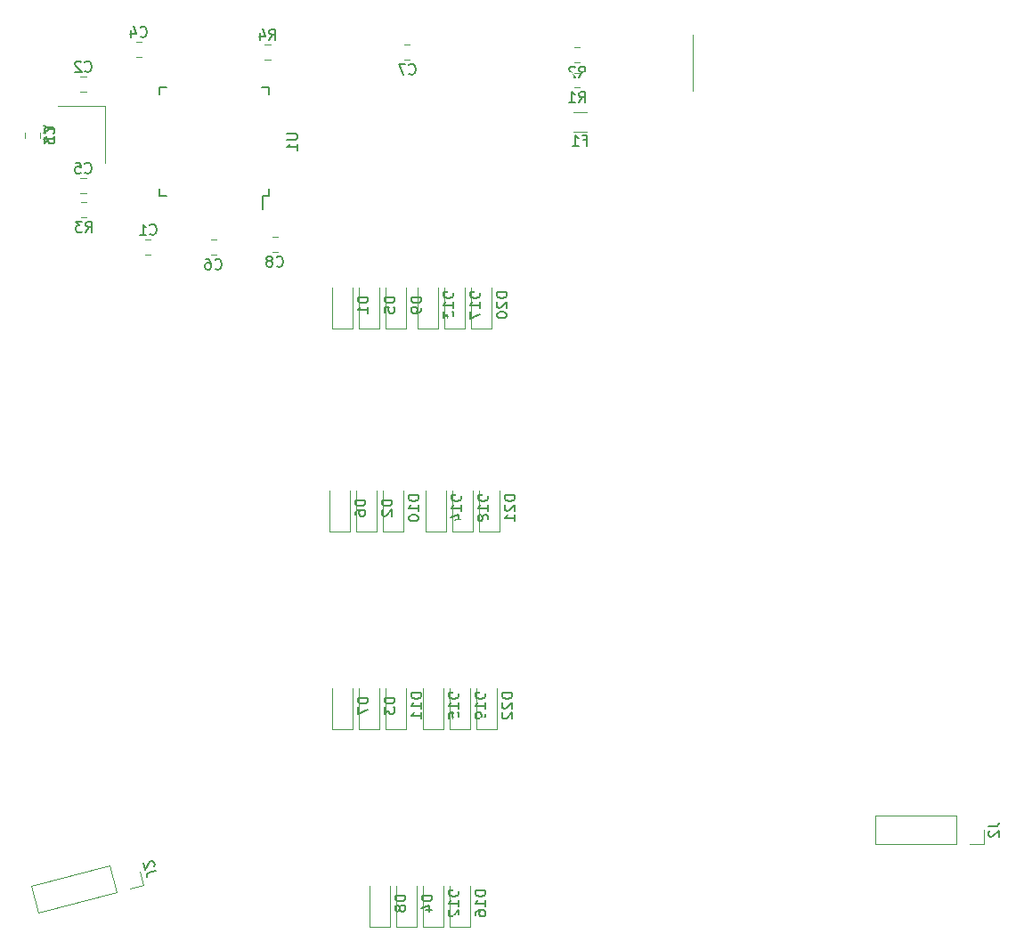
<source format=gbo>
G04 #@! TF.GenerationSoftware,KiCad,Pcbnew,(5.1.4)-1*
G04 #@! TF.CreationDate,2021-11-10T20:36:41-05:00*
G04 #@! TF.ProjectId,a44key-pcb,6134346b-6579-42d7-9063-622e6b696361,rev?*
G04 #@! TF.SameCoordinates,Original*
G04 #@! TF.FileFunction,Legend,Bot*
G04 #@! TF.FilePolarity,Positive*
%FSLAX46Y46*%
G04 Gerber Fmt 4.6, Leading zero omitted, Abs format (unit mm)*
G04 Created by KiCad (PCBNEW (5.1.4)-1) date 2021-11-10 20:36:41*
%MOMM*%
%LPD*%
G04 APERTURE LIST*
%ADD10C,0.120000*%
%ADD11C,0.150000*%
%ADD12C,0.889400*%
%ADD13C,2.102000*%
%ADD14C,4.089800*%
%ADD15O,2.277000X1.852000*%
%ADD16C,2.352000*%
%ADD17C,2.352000*%
%ADD18O,5.202000X1.602000*%
%ADD19O,0.602000X4.202000*%
%ADD20O,5.202000X0.602000*%
%ADD21C,1.402000*%
%ADD22R,1.802000X1.802000*%
%ADD23O,1.802000X1.802000*%
%ADD24C,0.100000*%
%ADD25C,1.077000*%
%ADD26C,1.802000*%
%ADD27C,1.802000*%
%ADD28C,0.602000*%
%ADD29C,0.602000*%
%ADD30C,1.602000*%
%ADD31C,1.602000*%
%ADD32C,1.852000*%
%ADD33C,1.852000*%
%ADD34O,2.802000X1.802000*%
%ADD35C,1.202000*%
%ADD36C,1.752000*%
%ADD37R,1.752000X1.752000*%
%ADD38R,1.302000X1.002000*%
%ADD39R,1.902000X2.202000*%
%ADD40R,1.602000X0.652000*%
%ADD41R,0.652000X1.602000*%
%ADD42C,1.352000*%
G04 APERTURE END LIST*
D10*
X176935167Y-125808215D02*
X176935167Y-123148215D01*
X184615167Y-125808215D02*
X176935167Y-125808215D01*
X184615167Y-123148215D02*
X176935167Y-123148215D01*
X184615167Y-125808215D02*
X184615167Y-123148215D01*
X185885167Y-125808215D02*
X187215167Y-125808215D01*
X187215167Y-125808215D02*
X187215167Y-124478215D01*
X119550922Y-68124000D02*
X120068078Y-68124000D01*
X119550922Y-69544000D02*
X120068078Y-69544000D01*
X107292911Y-129718452D02*
X106948681Y-128433771D01*
X106008229Y-130062681D02*
X107292911Y-129718452D01*
X104781504Y-130391382D02*
X104093045Y-127822019D01*
X104093045Y-127822019D02*
X96674735Y-129809749D01*
X104781504Y-130391382D02*
X97363193Y-132379112D01*
X97363193Y-132379112D02*
X96674735Y-129809749D01*
X159543750Y-55403750D02*
X159543750Y-47783750D01*
X159543750Y-47783750D02*
X159543750Y-55403750D01*
X159543750Y-47783750D02*
X159543750Y-55403750D01*
X101858578Y-54304000D02*
X101341422Y-54304000D01*
X101858578Y-52884000D02*
X101341422Y-52884000D01*
X119384578Y-51256000D02*
X118867422Y-51256000D01*
X119384578Y-49836000D02*
X118867422Y-49836000D01*
X133334000Y-133696000D02*
X133334000Y-129796000D01*
X131334000Y-133696000D02*
X131334000Y-129796000D01*
X133334000Y-133696000D02*
X131334000Y-133696000D01*
X127238000Y-114898000D02*
X127238000Y-110998000D01*
X125238000Y-114898000D02*
X125238000Y-110998000D01*
X127238000Y-114898000D02*
X125238000Y-114898000D01*
X129778000Y-114900000D02*
X129778000Y-111000000D01*
X127778000Y-114900000D02*
X127778000Y-111000000D01*
X129778000Y-114900000D02*
X127778000Y-114900000D01*
X130794000Y-133696000D02*
X130794000Y-129796000D01*
X128794000Y-133696000D02*
X128794000Y-129796000D01*
X130794000Y-133696000D02*
X128794000Y-133696000D01*
X135874000Y-133696000D02*
X135874000Y-129796000D01*
X133874000Y-133696000D02*
X133874000Y-129796000D01*
X135874000Y-133696000D02*
X133874000Y-133696000D01*
X138414000Y-114898000D02*
X138414000Y-110998000D01*
X136414000Y-114898000D02*
X136414000Y-110998000D01*
X138414000Y-114898000D02*
X136414000Y-114898000D01*
X140954000Y-114898000D02*
X140954000Y-110998000D01*
X138954000Y-114898000D02*
X138954000Y-110998000D01*
X140954000Y-114898000D02*
X138954000Y-114898000D01*
X138414000Y-133694000D02*
X138414000Y-129794000D01*
X136414000Y-133694000D02*
X136414000Y-129794000D01*
X138414000Y-133694000D02*
X136414000Y-133694000D01*
X108033078Y-69798000D02*
X107515922Y-69798000D01*
X108033078Y-68378000D02*
X107515922Y-68378000D01*
X107114078Y-51002000D02*
X106596922Y-51002000D01*
X107114078Y-49582000D02*
X106596922Y-49582000D01*
X101858578Y-62536000D02*
X101341422Y-62536000D01*
X101858578Y-63956000D02*
X101341422Y-63956000D01*
X132153922Y-49836000D02*
X132671078Y-49836000D01*
X132153922Y-51256000D02*
X132671078Y-51256000D01*
X148316422Y-52471250D02*
X148833578Y-52471250D01*
X148316422Y-53891250D02*
X148833578Y-53891250D01*
X103716000Y-55646000D02*
X103716000Y-61046000D01*
X99216000Y-55646000D02*
X103716000Y-55646000D01*
D11*
X118646000Y-64215000D02*
X118646000Y-65490000D01*
X119221000Y-53865000D02*
X119221000Y-54540000D01*
X108871000Y-53865000D02*
X108871000Y-54540000D01*
X108871000Y-64215000D02*
X108871000Y-63540000D01*
X119221000Y-64215000D02*
X119221000Y-63540000D01*
X108871000Y-64215000D02*
X109546000Y-64215000D01*
X108871000Y-53865000D02*
X109546000Y-53865000D01*
X119221000Y-53865000D02*
X118546000Y-53865000D01*
X119221000Y-64215000D02*
X118646000Y-64215000D01*
D10*
X148316422Y-50090000D02*
X148833578Y-50090000D01*
X148316422Y-51510000D02*
X148833578Y-51510000D01*
X101419922Y-64822000D02*
X101937078Y-64822000D01*
X101419922Y-66242000D02*
X101937078Y-66242000D01*
X148241936Y-56240000D02*
X149446064Y-56240000D01*
X148241936Y-58060000D02*
X149446064Y-58060000D01*
X113708922Y-68378000D02*
X114226078Y-68378000D01*
X113708922Y-69798000D02*
X114226078Y-69798000D01*
X96064000Y-58678578D02*
X96064000Y-58161422D01*
X97484000Y-58678578D02*
X97484000Y-58161422D01*
X141208000Y-96102000D02*
X141208000Y-92202000D01*
X139208000Y-96102000D02*
X139208000Y-92202000D01*
X141208000Y-96102000D02*
X139208000Y-96102000D01*
X140446000Y-76798000D02*
X140446000Y-72898000D01*
X138446000Y-76798000D02*
X138446000Y-72898000D01*
X140446000Y-76798000D02*
X138446000Y-76798000D01*
X138668000Y-96104000D02*
X138668000Y-92204000D01*
X136668000Y-96104000D02*
X136668000Y-92204000D01*
X138668000Y-96104000D02*
X136668000Y-96104000D01*
X137906000Y-76798000D02*
X137906000Y-72898000D01*
X135906000Y-76798000D02*
X135906000Y-72898000D01*
X137906000Y-76798000D02*
X135906000Y-76798000D01*
X135874000Y-114900000D02*
X135874000Y-111000000D01*
X133874000Y-114900000D02*
X133874000Y-111000000D01*
X135874000Y-114900000D02*
X133874000Y-114900000D01*
X136128000Y-96104000D02*
X136128000Y-92204000D01*
X134128000Y-96104000D02*
X134128000Y-92204000D01*
X136128000Y-96104000D02*
X134128000Y-96104000D01*
X135366000Y-76800000D02*
X135366000Y-72900000D01*
X133366000Y-76800000D02*
X133366000Y-72900000D01*
X135366000Y-76800000D02*
X133366000Y-76800000D01*
X132318000Y-114898000D02*
X132318000Y-110998000D01*
X130318000Y-114898000D02*
X130318000Y-110998000D01*
X132318000Y-114898000D02*
X130318000Y-114898000D01*
X132064000Y-96102000D02*
X132064000Y-92202000D01*
X130064000Y-96102000D02*
X130064000Y-92202000D01*
X132064000Y-96102000D02*
X130064000Y-96102000D01*
X132318000Y-76800000D02*
X132318000Y-72900000D01*
X130318000Y-76800000D02*
X130318000Y-72900000D01*
X132318000Y-76800000D02*
X130318000Y-76800000D01*
X126984000Y-96102000D02*
X126984000Y-92202000D01*
X124984000Y-96102000D02*
X124984000Y-92202000D01*
X126984000Y-96102000D02*
X124984000Y-96102000D01*
X129778000Y-76798000D02*
X129778000Y-72898000D01*
X127778000Y-76798000D02*
X127778000Y-72898000D01*
X129778000Y-76798000D02*
X127778000Y-76798000D01*
X129524000Y-96102000D02*
X129524000Y-92202000D01*
X127524000Y-96102000D02*
X127524000Y-92202000D01*
X129524000Y-96102000D02*
X127524000Y-96102000D01*
X127238000Y-76798000D02*
X127238000Y-72898000D01*
X125238000Y-76798000D02*
X125238000Y-72898000D01*
X127238000Y-76798000D02*
X125238000Y-76798000D01*
D11*
X187667547Y-124144881D02*
X188381833Y-124144881D01*
X188524690Y-124097262D01*
X188619928Y-124002024D01*
X188667547Y-123859167D01*
X188667547Y-123763929D01*
X187762786Y-124573453D02*
X187715167Y-124621072D01*
X187667547Y-124716310D01*
X187667547Y-124954405D01*
X187715167Y-125049643D01*
X187762786Y-125097262D01*
X187858024Y-125144881D01*
X187953262Y-125144881D01*
X188096119Y-125097262D01*
X188667547Y-124525834D01*
X188667547Y-125144881D01*
X119976166Y-70841142D02*
X120023785Y-70888761D01*
X120166642Y-70936380D01*
X120261880Y-70936380D01*
X120404738Y-70888761D01*
X120499976Y-70793523D01*
X120547595Y-70698285D01*
X120595214Y-70507809D01*
X120595214Y-70364952D01*
X120547595Y-70174476D01*
X120499976Y-70079238D01*
X120404738Y-69984000D01*
X120261880Y-69936380D01*
X120166642Y-69936380D01*
X120023785Y-69984000D01*
X119976166Y-70031619D01*
X119404738Y-70364952D02*
X119499976Y-70317333D01*
X119547595Y-70269714D01*
X119595214Y-70174476D01*
X119595214Y-70126857D01*
X119547595Y-70031619D01*
X119499976Y-69984000D01*
X119404738Y-69936380D01*
X119214261Y-69936380D01*
X119119023Y-69984000D01*
X119071404Y-70031619D01*
X119023785Y-70126857D01*
X119023785Y-70174476D01*
X119071404Y-70269714D01*
X119119023Y-70317333D01*
X119214261Y-70364952D01*
X119404738Y-70364952D01*
X119499976Y-70412571D01*
X119547595Y-70460190D01*
X119595214Y-70555428D01*
X119595214Y-70745904D01*
X119547595Y-70841142D01*
X119499976Y-70888761D01*
X119404738Y-70936380D01*
X119214261Y-70936380D01*
X119119023Y-70888761D01*
X119071404Y-70841142D01*
X119023785Y-70745904D01*
X119023785Y-70555428D01*
X119071404Y-70460190D01*
X119119023Y-70412571D01*
X119214261Y-70364952D01*
X108529839Y-128355193D02*
X107839892Y-128540063D01*
X107714227Y-128623034D01*
X107646884Y-128739676D01*
X107637861Y-128889990D01*
X107662511Y-128981983D01*
X108326924Y-127965874D02*
X108360595Y-127907553D01*
X108381942Y-127803235D01*
X108320319Y-127573253D01*
X108249673Y-127493584D01*
X108191352Y-127459913D01*
X108087034Y-127438566D01*
X107995041Y-127463215D01*
X107869376Y-127546186D01*
X107465315Y-128246040D01*
X107305094Y-127648086D01*
X101766666Y-52301142D02*
X101814285Y-52348761D01*
X101957142Y-52396380D01*
X102052380Y-52396380D01*
X102195238Y-52348761D01*
X102290476Y-52253523D01*
X102338095Y-52158285D01*
X102385714Y-51967809D01*
X102385714Y-51824952D01*
X102338095Y-51634476D01*
X102290476Y-51539238D01*
X102195238Y-51444000D01*
X102052380Y-51396380D01*
X101957142Y-51396380D01*
X101814285Y-51444000D01*
X101766666Y-51491619D01*
X101385714Y-51491619D02*
X101338095Y-51444000D01*
X101242857Y-51396380D01*
X101004761Y-51396380D01*
X100909523Y-51444000D01*
X100861904Y-51491619D01*
X100814285Y-51586857D01*
X100814285Y-51682095D01*
X100861904Y-51824952D01*
X101433333Y-52396380D01*
X100814285Y-52396380D01*
X119292666Y-49348380D02*
X119626000Y-48872190D01*
X119864095Y-49348380D02*
X119864095Y-48348380D01*
X119483142Y-48348380D01*
X119387904Y-48396000D01*
X119340285Y-48443619D01*
X119292666Y-48538857D01*
X119292666Y-48681714D01*
X119340285Y-48776952D01*
X119387904Y-48824571D01*
X119483142Y-48872190D01*
X119864095Y-48872190D01*
X118435523Y-48681714D02*
X118435523Y-49348380D01*
X118673619Y-48300761D02*
X118911714Y-49015047D01*
X118292666Y-49015047D01*
X134786380Y-130707904D02*
X133786380Y-130707904D01*
X133786380Y-130946000D01*
X133834000Y-131088857D01*
X133929238Y-131184095D01*
X134024476Y-131231714D01*
X134214952Y-131279333D01*
X134357809Y-131279333D01*
X134548285Y-131231714D01*
X134643523Y-131184095D01*
X134738761Y-131088857D01*
X134786380Y-130946000D01*
X134786380Y-130707904D01*
X134119714Y-132136476D02*
X134786380Y-132136476D01*
X133738761Y-131898380D02*
X134453047Y-131660285D01*
X134453047Y-132279333D01*
X128690380Y-111909904D02*
X127690380Y-111909904D01*
X127690380Y-112148000D01*
X127738000Y-112290857D01*
X127833238Y-112386095D01*
X127928476Y-112433714D01*
X128118952Y-112481333D01*
X128261809Y-112481333D01*
X128452285Y-112433714D01*
X128547523Y-112386095D01*
X128642761Y-112290857D01*
X128690380Y-112148000D01*
X128690380Y-111909904D01*
X127690380Y-112814666D02*
X127690380Y-113481333D01*
X128690380Y-113052761D01*
X131230380Y-111911904D02*
X130230380Y-111911904D01*
X130230380Y-112150000D01*
X130278000Y-112292857D01*
X130373238Y-112388095D01*
X130468476Y-112435714D01*
X130658952Y-112483333D01*
X130801809Y-112483333D01*
X130992285Y-112435714D01*
X131087523Y-112388095D01*
X131182761Y-112292857D01*
X131230380Y-112150000D01*
X131230380Y-111911904D01*
X130230380Y-112816666D02*
X130230380Y-113435714D01*
X130611333Y-113102380D01*
X130611333Y-113245238D01*
X130658952Y-113340476D01*
X130706571Y-113388095D01*
X130801809Y-113435714D01*
X131039904Y-113435714D01*
X131135142Y-113388095D01*
X131182761Y-113340476D01*
X131230380Y-113245238D01*
X131230380Y-112959523D01*
X131182761Y-112864285D01*
X131135142Y-112816666D01*
X132246380Y-130707904D02*
X131246380Y-130707904D01*
X131246380Y-130946000D01*
X131294000Y-131088857D01*
X131389238Y-131184095D01*
X131484476Y-131231714D01*
X131674952Y-131279333D01*
X131817809Y-131279333D01*
X132008285Y-131231714D01*
X132103523Y-131184095D01*
X132198761Y-131088857D01*
X132246380Y-130946000D01*
X132246380Y-130707904D01*
X131674952Y-131850761D02*
X131627333Y-131755523D01*
X131579714Y-131707904D01*
X131484476Y-131660285D01*
X131436857Y-131660285D01*
X131341619Y-131707904D01*
X131294000Y-131755523D01*
X131246380Y-131850761D01*
X131246380Y-132041238D01*
X131294000Y-132136476D01*
X131341619Y-132184095D01*
X131436857Y-132231714D01*
X131484476Y-132231714D01*
X131579714Y-132184095D01*
X131627333Y-132136476D01*
X131674952Y-132041238D01*
X131674952Y-131850761D01*
X131722571Y-131755523D01*
X131770190Y-131707904D01*
X131865428Y-131660285D01*
X132055904Y-131660285D01*
X132151142Y-131707904D01*
X132198761Y-131755523D01*
X132246380Y-131850761D01*
X132246380Y-132041238D01*
X132198761Y-132136476D01*
X132151142Y-132184095D01*
X132055904Y-132231714D01*
X131865428Y-132231714D01*
X131770190Y-132184095D01*
X131722571Y-132136476D01*
X131674952Y-132041238D01*
X137326380Y-130231714D02*
X136326380Y-130231714D01*
X136326380Y-130469809D01*
X136374000Y-130612666D01*
X136469238Y-130707904D01*
X136564476Y-130755523D01*
X136754952Y-130803142D01*
X136897809Y-130803142D01*
X137088285Y-130755523D01*
X137183523Y-130707904D01*
X137278761Y-130612666D01*
X137326380Y-130469809D01*
X137326380Y-130231714D01*
X137326380Y-131755523D02*
X137326380Y-131184095D01*
X137326380Y-131469809D02*
X136326380Y-131469809D01*
X136469238Y-131374571D01*
X136564476Y-131279333D01*
X136612095Y-131184095D01*
X136421619Y-132136476D02*
X136374000Y-132184095D01*
X136326380Y-132279333D01*
X136326380Y-132517428D01*
X136374000Y-132612666D01*
X136421619Y-132660285D01*
X136516857Y-132707904D01*
X136612095Y-132707904D01*
X136754952Y-132660285D01*
X137326380Y-132088857D01*
X137326380Y-132707904D01*
X139866380Y-111433714D02*
X138866380Y-111433714D01*
X138866380Y-111671809D01*
X138914000Y-111814666D01*
X139009238Y-111909904D01*
X139104476Y-111957523D01*
X139294952Y-112005142D01*
X139437809Y-112005142D01*
X139628285Y-111957523D01*
X139723523Y-111909904D01*
X139818761Y-111814666D01*
X139866380Y-111671809D01*
X139866380Y-111433714D01*
X139866380Y-112957523D02*
X139866380Y-112386095D01*
X139866380Y-112671809D02*
X138866380Y-112671809D01*
X139009238Y-112576571D01*
X139104476Y-112481333D01*
X139152095Y-112386095D01*
X139866380Y-113433714D02*
X139866380Y-113624190D01*
X139818761Y-113719428D01*
X139771142Y-113767047D01*
X139628285Y-113862285D01*
X139437809Y-113909904D01*
X139056857Y-113909904D01*
X138961619Y-113862285D01*
X138914000Y-113814666D01*
X138866380Y-113719428D01*
X138866380Y-113528952D01*
X138914000Y-113433714D01*
X138961619Y-113386095D01*
X139056857Y-113338476D01*
X139294952Y-113338476D01*
X139390190Y-113386095D01*
X139437809Y-113433714D01*
X139485428Y-113528952D01*
X139485428Y-113719428D01*
X139437809Y-113814666D01*
X139390190Y-113862285D01*
X139294952Y-113909904D01*
X142406380Y-111433714D02*
X141406380Y-111433714D01*
X141406380Y-111671809D01*
X141454000Y-111814666D01*
X141549238Y-111909904D01*
X141644476Y-111957523D01*
X141834952Y-112005142D01*
X141977809Y-112005142D01*
X142168285Y-111957523D01*
X142263523Y-111909904D01*
X142358761Y-111814666D01*
X142406380Y-111671809D01*
X142406380Y-111433714D01*
X141501619Y-112386095D02*
X141454000Y-112433714D01*
X141406380Y-112528952D01*
X141406380Y-112767047D01*
X141454000Y-112862285D01*
X141501619Y-112909904D01*
X141596857Y-112957523D01*
X141692095Y-112957523D01*
X141834952Y-112909904D01*
X142406380Y-112338476D01*
X142406380Y-112957523D01*
X141501619Y-113338476D02*
X141454000Y-113386095D01*
X141406380Y-113481333D01*
X141406380Y-113719428D01*
X141454000Y-113814666D01*
X141501619Y-113862285D01*
X141596857Y-113909904D01*
X141692095Y-113909904D01*
X141834952Y-113862285D01*
X142406380Y-113290857D01*
X142406380Y-113909904D01*
X139866380Y-130229714D02*
X138866380Y-130229714D01*
X138866380Y-130467809D01*
X138914000Y-130610666D01*
X139009238Y-130705904D01*
X139104476Y-130753523D01*
X139294952Y-130801142D01*
X139437809Y-130801142D01*
X139628285Y-130753523D01*
X139723523Y-130705904D01*
X139818761Y-130610666D01*
X139866380Y-130467809D01*
X139866380Y-130229714D01*
X139866380Y-131753523D02*
X139866380Y-131182095D01*
X139866380Y-131467809D02*
X138866380Y-131467809D01*
X139009238Y-131372571D01*
X139104476Y-131277333D01*
X139152095Y-131182095D01*
X138866380Y-132610666D02*
X138866380Y-132420190D01*
X138914000Y-132324952D01*
X138961619Y-132277333D01*
X139104476Y-132182095D01*
X139294952Y-132134476D01*
X139675904Y-132134476D01*
X139771142Y-132182095D01*
X139818761Y-132229714D01*
X139866380Y-132324952D01*
X139866380Y-132515428D01*
X139818761Y-132610666D01*
X139771142Y-132658285D01*
X139675904Y-132705904D01*
X139437809Y-132705904D01*
X139342571Y-132658285D01*
X139294952Y-132610666D01*
X139247333Y-132515428D01*
X139247333Y-132324952D01*
X139294952Y-132229714D01*
X139342571Y-132182095D01*
X139437809Y-132134476D01*
X107941166Y-67795142D02*
X107988785Y-67842761D01*
X108131642Y-67890380D01*
X108226880Y-67890380D01*
X108369738Y-67842761D01*
X108464976Y-67747523D01*
X108512595Y-67652285D01*
X108560214Y-67461809D01*
X108560214Y-67318952D01*
X108512595Y-67128476D01*
X108464976Y-67033238D01*
X108369738Y-66938000D01*
X108226880Y-66890380D01*
X108131642Y-66890380D01*
X107988785Y-66938000D01*
X107941166Y-66985619D01*
X106988785Y-67890380D02*
X107560214Y-67890380D01*
X107274500Y-67890380D02*
X107274500Y-66890380D01*
X107369738Y-67033238D01*
X107464976Y-67128476D01*
X107560214Y-67176095D01*
X107022166Y-48999142D02*
X107069785Y-49046761D01*
X107212642Y-49094380D01*
X107307880Y-49094380D01*
X107450738Y-49046761D01*
X107545976Y-48951523D01*
X107593595Y-48856285D01*
X107641214Y-48665809D01*
X107641214Y-48522952D01*
X107593595Y-48332476D01*
X107545976Y-48237238D01*
X107450738Y-48142000D01*
X107307880Y-48094380D01*
X107212642Y-48094380D01*
X107069785Y-48142000D01*
X107022166Y-48189619D01*
X106165023Y-48427714D02*
X106165023Y-49094380D01*
X106403119Y-48046761D02*
X106641214Y-48761047D01*
X106022166Y-48761047D01*
X101766666Y-61953142D02*
X101814285Y-62000761D01*
X101957142Y-62048380D01*
X102052380Y-62048380D01*
X102195238Y-62000761D01*
X102290476Y-61905523D01*
X102338095Y-61810285D01*
X102385714Y-61619809D01*
X102385714Y-61476952D01*
X102338095Y-61286476D01*
X102290476Y-61191238D01*
X102195238Y-61096000D01*
X102052380Y-61048380D01*
X101957142Y-61048380D01*
X101814285Y-61096000D01*
X101766666Y-61143619D01*
X100861904Y-61048380D02*
X101338095Y-61048380D01*
X101385714Y-61524571D01*
X101338095Y-61476952D01*
X101242857Y-61429333D01*
X101004761Y-61429333D01*
X100909523Y-61476952D01*
X100861904Y-61524571D01*
X100814285Y-61619809D01*
X100814285Y-61857904D01*
X100861904Y-61953142D01*
X100909523Y-62000761D01*
X101004761Y-62048380D01*
X101242857Y-62048380D01*
X101338095Y-62000761D01*
X101385714Y-61953142D01*
X132579166Y-52553142D02*
X132626785Y-52600761D01*
X132769642Y-52648380D01*
X132864880Y-52648380D01*
X133007738Y-52600761D01*
X133102976Y-52505523D01*
X133150595Y-52410285D01*
X133198214Y-52219809D01*
X133198214Y-52076952D01*
X133150595Y-51886476D01*
X133102976Y-51791238D01*
X133007738Y-51696000D01*
X132864880Y-51648380D01*
X132769642Y-51648380D01*
X132626785Y-51696000D01*
X132579166Y-51743619D01*
X132245833Y-51648380D02*
X131579166Y-51648380D01*
X132007738Y-52648380D01*
X148741666Y-55283630D02*
X149075000Y-54807440D01*
X149313095Y-55283630D02*
X149313095Y-54283630D01*
X148932142Y-54283630D01*
X148836904Y-54331250D01*
X148789285Y-54378869D01*
X148741666Y-54474107D01*
X148741666Y-54616964D01*
X148789285Y-54712202D01*
X148836904Y-54759821D01*
X148932142Y-54807440D01*
X149313095Y-54807440D01*
X147789285Y-55283630D02*
X148360714Y-55283630D01*
X148075000Y-55283630D02*
X148075000Y-54283630D01*
X148170238Y-54426488D01*
X148265476Y-54521726D01*
X148360714Y-54569345D01*
X98392190Y-57869809D02*
X98868380Y-57869809D01*
X97868380Y-57536476D02*
X98392190Y-57869809D01*
X97868380Y-58203142D01*
X98868380Y-59060285D02*
X98868380Y-58488857D01*
X98868380Y-58774571D02*
X97868380Y-58774571D01*
X98011238Y-58679333D01*
X98106476Y-58584095D01*
X98154095Y-58488857D01*
X120948380Y-58278095D02*
X121757904Y-58278095D01*
X121853142Y-58325714D01*
X121900761Y-58373333D01*
X121948380Y-58468571D01*
X121948380Y-58659047D01*
X121900761Y-58754285D01*
X121853142Y-58801904D01*
X121757904Y-58849523D01*
X120948380Y-58849523D01*
X121948380Y-59849523D02*
X121948380Y-59278095D01*
X121948380Y-59563809D02*
X120948380Y-59563809D01*
X121091238Y-59468571D01*
X121186476Y-59373333D01*
X121234095Y-59278095D01*
X148741666Y-52902380D02*
X149075000Y-52426190D01*
X149313095Y-52902380D02*
X149313095Y-51902380D01*
X148932142Y-51902380D01*
X148836904Y-51950000D01*
X148789285Y-51997619D01*
X148741666Y-52092857D01*
X148741666Y-52235714D01*
X148789285Y-52330952D01*
X148836904Y-52378571D01*
X148932142Y-52426190D01*
X149313095Y-52426190D01*
X148360714Y-51997619D02*
X148313095Y-51950000D01*
X148217857Y-51902380D01*
X147979761Y-51902380D01*
X147884523Y-51950000D01*
X147836904Y-51997619D01*
X147789285Y-52092857D01*
X147789285Y-52188095D01*
X147836904Y-52330952D01*
X148408333Y-52902380D01*
X147789285Y-52902380D01*
X101845166Y-67634380D02*
X102178500Y-67158190D01*
X102416595Y-67634380D02*
X102416595Y-66634380D01*
X102035642Y-66634380D01*
X101940404Y-66682000D01*
X101892785Y-66729619D01*
X101845166Y-66824857D01*
X101845166Y-66967714D01*
X101892785Y-67062952D01*
X101940404Y-67110571D01*
X102035642Y-67158190D01*
X102416595Y-67158190D01*
X101511833Y-66634380D02*
X100892785Y-66634380D01*
X101226119Y-67015333D01*
X101083261Y-67015333D01*
X100988023Y-67062952D01*
X100940404Y-67110571D01*
X100892785Y-67205809D01*
X100892785Y-67443904D01*
X100940404Y-67539142D01*
X100988023Y-67586761D01*
X101083261Y-67634380D01*
X101368976Y-67634380D01*
X101464214Y-67586761D01*
X101511833Y-67539142D01*
X149177333Y-58898571D02*
X149510666Y-58898571D01*
X149510666Y-59422380D02*
X149510666Y-58422380D01*
X149034476Y-58422380D01*
X148129714Y-59422380D02*
X148701142Y-59422380D01*
X148415428Y-59422380D02*
X148415428Y-58422380D01*
X148510666Y-58565238D01*
X148605904Y-58660476D01*
X148701142Y-58708095D01*
X114134166Y-71095142D02*
X114181785Y-71142761D01*
X114324642Y-71190380D01*
X114419880Y-71190380D01*
X114562738Y-71142761D01*
X114657976Y-71047523D01*
X114705595Y-70952285D01*
X114753214Y-70761809D01*
X114753214Y-70618952D01*
X114705595Y-70428476D01*
X114657976Y-70333238D01*
X114562738Y-70238000D01*
X114419880Y-70190380D01*
X114324642Y-70190380D01*
X114181785Y-70238000D01*
X114134166Y-70285619D01*
X113277023Y-70190380D02*
X113467500Y-70190380D01*
X113562738Y-70238000D01*
X113610357Y-70285619D01*
X113705595Y-70428476D01*
X113753214Y-70618952D01*
X113753214Y-70999904D01*
X113705595Y-71095142D01*
X113657976Y-71142761D01*
X113562738Y-71190380D01*
X113372261Y-71190380D01*
X113277023Y-71142761D01*
X113229404Y-71095142D01*
X113181785Y-70999904D01*
X113181785Y-70761809D01*
X113229404Y-70666571D01*
X113277023Y-70618952D01*
X113372261Y-70571333D01*
X113562738Y-70571333D01*
X113657976Y-70618952D01*
X113705595Y-70666571D01*
X113753214Y-70761809D01*
X98781142Y-58253333D02*
X98828761Y-58205714D01*
X98876380Y-58062857D01*
X98876380Y-57967619D01*
X98828761Y-57824761D01*
X98733523Y-57729523D01*
X98638285Y-57681904D01*
X98447809Y-57634285D01*
X98304952Y-57634285D01*
X98114476Y-57681904D01*
X98019238Y-57729523D01*
X97924000Y-57824761D01*
X97876380Y-57967619D01*
X97876380Y-58062857D01*
X97924000Y-58205714D01*
X97971619Y-58253333D01*
X97876380Y-58586666D02*
X97876380Y-59205714D01*
X98257333Y-58872380D01*
X98257333Y-59015238D01*
X98304952Y-59110476D01*
X98352571Y-59158095D01*
X98447809Y-59205714D01*
X98685904Y-59205714D01*
X98781142Y-59158095D01*
X98828761Y-59110476D01*
X98876380Y-59015238D01*
X98876380Y-58729523D01*
X98828761Y-58634285D01*
X98781142Y-58586666D01*
X142660380Y-92637714D02*
X141660380Y-92637714D01*
X141660380Y-92875809D01*
X141708000Y-93018666D01*
X141803238Y-93113904D01*
X141898476Y-93161523D01*
X142088952Y-93209142D01*
X142231809Y-93209142D01*
X142422285Y-93161523D01*
X142517523Y-93113904D01*
X142612761Y-93018666D01*
X142660380Y-92875809D01*
X142660380Y-92637714D01*
X141755619Y-93590095D02*
X141708000Y-93637714D01*
X141660380Y-93732952D01*
X141660380Y-93971047D01*
X141708000Y-94066285D01*
X141755619Y-94113904D01*
X141850857Y-94161523D01*
X141946095Y-94161523D01*
X142088952Y-94113904D01*
X142660380Y-93542476D01*
X142660380Y-94161523D01*
X142660380Y-95113904D02*
X142660380Y-94542476D01*
X142660380Y-94828190D02*
X141660380Y-94828190D01*
X141803238Y-94732952D01*
X141898476Y-94637714D01*
X141946095Y-94542476D01*
X141898380Y-73333714D02*
X140898380Y-73333714D01*
X140898380Y-73571809D01*
X140946000Y-73714666D01*
X141041238Y-73809904D01*
X141136476Y-73857523D01*
X141326952Y-73905142D01*
X141469809Y-73905142D01*
X141660285Y-73857523D01*
X141755523Y-73809904D01*
X141850761Y-73714666D01*
X141898380Y-73571809D01*
X141898380Y-73333714D01*
X140993619Y-74286095D02*
X140946000Y-74333714D01*
X140898380Y-74428952D01*
X140898380Y-74667047D01*
X140946000Y-74762285D01*
X140993619Y-74809904D01*
X141088857Y-74857523D01*
X141184095Y-74857523D01*
X141326952Y-74809904D01*
X141898380Y-74238476D01*
X141898380Y-74857523D01*
X140898380Y-75476571D02*
X140898380Y-75571809D01*
X140946000Y-75667047D01*
X140993619Y-75714666D01*
X141088857Y-75762285D01*
X141279333Y-75809904D01*
X141517428Y-75809904D01*
X141707904Y-75762285D01*
X141803142Y-75714666D01*
X141850761Y-75667047D01*
X141898380Y-75571809D01*
X141898380Y-75476571D01*
X141850761Y-75381333D01*
X141803142Y-75333714D01*
X141707904Y-75286095D01*
X141517428Y-75238476D01*
X141279333Y-75238476D01*
X141088857Y-75286095D01*
X140993619Y-75333714D01*
X140946000Y-75381333D01*
X140898380Y-75476571D01*
X140120380Y-92639714D02*
X139120380Y-92639714D01*
X139120380Y-92877809D01*
X139168000Y-93020666D01*
X139263238Y-93115904D01*
X139358476Y-93163523D01*
X139548952Y-93211142D01*
X139691809Y-93211142D01*
X139882285Y-93163523D01*
X139977523Y-93115904D01*
X140072761Y-93020666D01*
X140120380Y-92877809D01*
X140120380Y-92639714D01*
X140120380Y-94163523D02*
X140120380Y-93592095D01*
X140120380Y-93877809D02*
X139120380Y-93877809D01*
X139263238Y-93782571D01*
X139358476Y-93687333D01*
X139406095Y-93592095D01*
X139548952Y-94734952D02*
X139501333Y-94639714D01*
X139453714Y-94592095D01*
X139358476Y-94544476D01*
X139310857Y-94544476D01*
X139215619Y-94592095D01*
X139168000Y-94639714D01*
X139120380Y-94734952D01*
X139120380Y-94925428D01*
X139168000Y-95020666D01*
X139215619Y-95068285D01*
X139310857Y-95115904D01*
X139358476Y-95115904D01*
X139453714Y-95068285D01*
X139501333Y-95020666D01*
X139548952Y-94925428D01*
X139548952Y-94734952D01*
X139596571Y-94639714D01*
X139644190Y-94592095D01*
X139739428Y-94544476D01*
X139929904Y-94544476D01*
X140025142Y-94592095D01*
X140072761Y-94639714D01*
X140120380Y-94734952D01*
X140120380Y-94925428D01*
X140072761Y-95020666D01*
X140025142Y-95068285D01*
X139929904Y-95115904D01*
X139739428Y-95115904D01*
X139644190Y-95068285D01*
X139596571Y-95020666D01*
X139548952Y-94925428D01*
X139358380Y-73333714D02*
X138358380Y-73333714D01*
X138358380Y-73571809D01*
X138406000Y-73714666D01*
X138501238Y-73809904D01*
X138596476Y-73857523D01*
X138786952Y-73905142D01*
X138929809Y-73905142D01*
X139120285Y-73857523D01*
X139215523Y-73809904D01*
X139310761Y-73714666D01*
X139358380Y-73571809D01*
X139358380Y-73333714D01*
X139358380Y-74857523D02*
X139358380Y-74286095D01*
X139358380Y-74571809D02*
X138358380Y-74571809D01*
X138501238Y-74476571D01*
X138596476Y-74381333D01*
X138644095Y-74286095D01*
X138358380Y-75190857D02*
X138358380Y-75857523D01*
X139358380Y-75428952D01*
X137326380Y-111435714D02*
X136326380Y-111435714D01*
X136326380Y-111673809D01*
X136374000Y-111816666D01*
X136469238Y-111911904D01*
X136564476Y-111959523D01*
X136754952Y-112007142D01*
X136897809Y-112007142D01*
X137088285Y-111959523D01*
X137183523Y-111911904D01*
X137278761Y-111816666D01*
X137326380Y-111673809D01*
X137326380Y-111435714D01*
X137326380Y-112959523D02*
X137326380Y-112388095D01*
X137326380Y-112673809D02*
X136326380Y-112673809D01*
X136469238Y-112578571D01*
X136564476Y-112483333D01*
X136612095Y-112388095D01*
X136326380Y-113864285D02*
X136326380Y-113388095D01*
X136802571Y-113340476D01*
X136754952Y-113388095D01*
X136707333Y-113483333D01*
X136707333Y-113721428D01*
X136754952Y-113816666D01*
X136802571Y-113864285D01*
X136897809Y-113911904D01*
X137135904Y-113911904D01*
X137231142Y-113864285D01*
X137278761Y-113816666D01*
X137326380Y-113721428D01*
X137326380Y-113483333D01*
X137278761Y-113388095D01*
X137231142Y-113340476D01*
X137580380Y-92639714D02*
X136580380Y-92639714D01*
X136580380Y-92877809D01*
X136628000Y-93020666D01*
X136723238Y-93115904D01*
X136818476Y-93163523D01*
X137008952Y-93211142D01*
X137151809Y-93211142D01*
X137342285Y-93163523D01*
X137437523Y-93115904D01*
X137532761Y-93020666D01*
X137580380Y-92877809D01*
X137580380Y-92639714D01*
X137580380Y-94163523D02*
X137580380Y-93592095D01*
X137580380Y-93877809D02*
X136580380Y-93877809D01*
X136723238Y-93782571D01*
X136818476Y-93687333D01*
X136866095Y-93592095D01*
X136913714Y-95020666D02*
X137580380Y-95020666D01*
X136532761Y-94782571D02*
X137247047Y-94544476D01*
X137247047Y-95163523D01*
X136818380Y-73335714D02*
X135818380Y-73335714D01*
X135818380Y-73573809D01*
X135866000Y-73716666D01*
X135961238Y-73811904D01*
X136056476Y-73859523D01*
X136246952Y-73907142D01*
X136389809Y-73907142D01*
X136580285Y-73859523D01*
X136675523Y-73811904D01*
X136770761Y-73716666D01*
X136818380Y-73573809D01*
X136818380Y-73335714D01*
X136818380Y-74859523D02*
X136818380Y-74288095D01*
X136818380Y-74573809D02*
X135818380Y-74573809D01*
X135961238Y-74478571D01*
X136056476Y-74383333D01*
X136104095Y-74288095D01*
X135818380Y-75192857D02*
X135818380Y-75811904D01*
X136199333Y-75478571D01*
X136199333Y-75621428D01*
X136246952Y-75716666D01*
X136294571Y-75764285D01*
X136389809Y-75811904D01*
X136627904Y-75811904D01*
X136723142Y-75764285D01*
X136770761Y-75716666D01*
X136818380Y-75621428D01*
X136818380Y-75335714D01*
X136770761Y-75240476D01*
X136723142Y-75192857D01*
X133770380Y-111433714D02*
X132770380Y-111433714D01*
X132770380Y-111671809D01*
X132818000Y-111814666D01*
X132913238Y-111909904D01*
X133008476Y-111957523D01*
X133198952Y-112005142D01*
X133341809Y-112005142D01*
X133532285Y-111957523D01*
X133627523Y-111909904D01*
X133722761Y-111814666D01*
X133770380Y-111671809D01*
X133770380Y-111433714D01*
X133770380Y-112957523D02*
X133770380Y-112386095D01*
X133770380Y-112671809D02*
X132770380Y-112671809D01*
X132913238Y-112576571D01*
X133008476Y-112481333D01*
X133056095Y-112386095D01*
X133770380Y-113909904D02*
X133770380Y-113338476D01*
X133770380Y-113624190D02*
X132770380Y-113624190D01*
X132913238Y-113528952D01*
X133008476Y-113433714D01*
X133056095Y-113338476D01*
X133516380Y-92637714D02*
X132516380Y-92637714D01*
X132516380Y-92875809D01*
X132564000Y-93018666D01*
X132659238Y-93113904D01*
X132754476Y-93161523D01*
X132944952Y-93209142D01*
X133087809Y-93209142D01*
X133278285Y-93161523D01*
X133373523Y-93113904D01*
X133468761Y-93018666D01*
X133516380Y-92875809D01*
X133516380Y-92637714D01*
X133516380Y-94161523D02*
X133516380Y-93590095D01*
X133516380Y-93875809D02*
X132516380Y-93875809D01*
X132659238Y-93780571D01*
X132754476Y-93685333D01*
X132802095Y-93590095D01*
X132516380Y-94780571D02*
X132516380Y-94875809D01*
X132564000Y-94971047D01*
X132611619Y-95018666D01*
X132706857Y-95066285D01*
X132897333Y-95113904D01*
X133135428Y-95113904D01*
X133325904Y-95066285D01*
X133421142Y-95018666D01*
X133468761Y-94971047D01*
X133516380Y-94875809D01*
X133516380Y-94780571D01*
X133468761Y-94685333D01*
X133421142Y-94637714D01*
X133325904Y-94590095D01*
X133135428Y-94542476D01*
X132897333Y-94542476D01*
X132706857Y-94590095D01*
X132611619Y-94637714D01*
X132564000Y-94685333D01*
X132516380Y-94780571D01*
X133770380Y-73811904D02*
X132770380Y-73811904D01*
X132770380Y-74050000D01*
X132818000Y-74192857D01*
X132913238Y-74288095D01*
X133008476Y-74335714D01*
X133198952Y-74383333D01*
X133341809Y-74383333D01*
X133532285Y-74335714D01*
X133627523Y-74288095D01*
X133722761Y-74192857D01*
X133770380Y-74050000D01*
X133770380Y-73811904D01*
X133770380Y-74859523D02*
X133770380Y-75050000D01*
X133722761Y-75145238D01*
X133675142Y-75192857D01*
X133532285Y-75288095D01*
X133341809Y-75335714D01*
X132960857Y-75335714D01*
X132865619Y-75288095D01*
X132818000Y-75240476D01*
X132770380Y-75145238D01*
X132770380Y-74954761D01*
X132818000Y-74859523D01*
X132865619Y-74811904D01*
X132960857Y-74764285D01*
X133198952Y-74764285D01*
X133294190Y-74811904D01*
X133341809Y-74859523D01*
X133389428Y-74954761D01*
X133389428Y-75145238D01*
X133341809Y-75240476D01*
X133294190Y-75288095D01*
X133198952Y-75335714D01*
X128436380Y-93113904D02*
X127436380Y-93113904D01*
X127436380Y-93352000D01*
X127484000Y-93494857D01*
X127579238Y-93590095D01*
X127674476Y-93637714D01*
X127864952Y-93685333D01*
X128007809Y-93685333D01*
X128198285Y-93637714D01*
X128293523Y-93590095D01*
X128388761Y-93494857D01*
X128436380Y-93352000D01*
X128436380Y-93113904D01*
X127436380Y-94542476D02*
X127436380Y-94352000D01*
X127484000Y-94256761D01*
X127531619Y-94209142D01*
X127674476Y-94113904D01*
X127864952Y-94066285D01*
X128245904Y-94066285D01*
X128341142Y-94113904D01*
X128388761Y-94161523D01*
X128436380Y-94256761D01*
X128436380Y-94447238D01*
X128388761Y-94542476D01*
X128341142Y-94590095D01*
X128245904Y-94637714D01*
X128007809Y-94637714D01*
X127912571Y-94590095D01*
X127864952Y-94542476D01*
X127817333Y-94447238D01*
X127817333Y-94256761D01*
X127864952Y-94161523D01*
X127912571Y-94113904D01*
X128007809Y-94066285D01*
X131230380Y-73809904D02*
X130230380Y-73809904D01*
X130230380Y-74048000D01*
X130278000Y-74190857D01*
X130373238Y-74286095D01*
X130468476Y-74333714D01*
X130658952Y-74381333D01*
X130801809Y-74381333D01*
X130992285Y-74333714D01*
X131087523Y-74286095D01*
X131182761Y-74190857D01*
X131230380Y-74048000D01*
X131230380Y-73809904D01*
X130230380Y-75286095D02*
X130230380Y-74809904D01*
X130706571Y-74762285D01*
X130658952Y-74809904D01*
X130611333Y-74905142D01*
X130611333Y-75143238D01*
X130658952Y-75238476D01*
X130706571Y-75286095D01*
X130801809Y-75333714D01*
X131039904Y-75333714D01*
X131135142Y-75286095D01*
X131182761Y-75238476D01*
X131230380Y-75143238D01*
X131230380Y-74905142D01*
X131182761Y-74809904D01*
X131135142Y-74762285D01*
X130976380Y-93113904D02*
X129976380Y-93113904D01*
X129976380Y-93352000D01*
X130024000Y-93494857D01*
X130119238Y-93590095D01*
X130214476Y-93637714D01*
X130404952Y-93685333D01*
X130547809Y-93685333D01*
X130738285Y-93637714D01*
X130833523Y-93590095D01*
X130928761Y-93494857D01*
X130976380Y-93352000D01*
X130976380Y-93113904D01*
X130071619Y-94066285D02*
X130024000Y-94113904D01*
X129976380Y-94209142D01*
X129976380Y-94447238D01*
X130024000Y-94542476D01*
X130071619Y-94590095D01*
X130166857Y-94637714D01*
X130262095Y-94637714D01*
X130404952Y-94590095D01*
X130976380Y-94018666D01*
X130976380Y-94637714D01*
X128690380Y-73809904D02*
X127690380Y-73809904D01*
X127690380Y-74048000D01*
X127738000Y-74190857D01*
X127833238Y-74286095D01*
X127928476Y-74333714D01*
X128118952Y-74381333D01*
X128261809Y-74381333D01*
X128452285Y-74333714D01*
X128547523Y-74286095D01*
X128642761Y-74190857D01*
X128690380Y-74048000D01*
X128690380Y-73809904D01*
X128690380Y-75333714D02*
X128690380Y-74762285D01*
X128690380Y-75048000D02*
X127690380Y-75048000D01*
X127833238Y-74952761D01*
X127928476Y-74857523D01*
X127976095Y-74762285D01*
%LPC*%
D12*
X169672000Y-121158000D03*
X170942000Y-121158000D03*
X172212000Y-121158000D03*
X168402000Y-121158000D03*
X167132000Y-121158000D03*
X169672000Y-123190000D03*
X170942000Y-123190000D03*
X172212000Y-123190000D03*
X168402000Y-123190000D03*
X167132000Y-123190000D03*
X190754000Y-118110000D03*
X192024000Y-118110000D03*
X195834000Y-118110000D03*
X194564000Y-118110000D03*
X193294000Y-118110000D03*
X190754000Y-123444000D03*
X192024000Y-123444000D03*
X195834000Y-123444000D03*
X194564000Y-123444000D03*
X193294000Y-123444000D03*
D13*
X173083601Y-138749202D03*
X168083601Y-136649201D03*
D14*
X173083601Y-132849202D03*
D15*
X178358601Y-132849202D03*
X167808601Y-132849202D03*
D16*
X170558601Y-137699202D03*
D17*
X170578372Y-137409186D02*
X170538830Y-137989218D01*
D16*
X176233601Y-136124202D03*
D17*
X176888596Y-135394198D02*
X175578606Y-136854206D01*
D18*
X173098601Y-131044202D03*
D19*
X174998601Y-131944202D03*
D20*
X173098601Y-133744202D03*
X173098601Y-130144202D03*
D19*
X170798601Y-131944202D03*
X171193601Y-131945042D03*
X175398601Y-131944202D03*
D21*
X176512601Y-130817202D03*
D22*
X164675073Y-129050433D03*
D23*
X164675073Y-131590433D03*
X164675073Y-134130433D03*
X164675073Y-136670433D03*
D22*
X200833607Y-129535478D03*
D23*
X200833607Y-132075478D03*
X200833607Y-134615478D03*
X200833607Y-137155478D03*
D22*
X185885167Y-124478215D03*
D23*
X183345167Y-124478215D03*
X180805167Y-124478215D03*
X178265167Y-124478215D03*
D13*
X192243850Y-138787503D03*
X187243850Y-136687502D03*
D14*
X192243850Y-132887503D03*
D15*
X197518850Y-132887503D03*
X186968850Y-132887503D03*
D16*
X189718850Y-137737503D03*
D17*
X189738621Y-137447487D02*
X189699079Y-138027519D01*
D16*
X195393850Y-136162503D03*
D17*
X196048845Y-135432499D02*
X194738855Y-136892507D01*
D18*
X192258850Y-131082503D03*
D19*
X194158850Y-131982503D03*
D20*
X192258850Y-133782503D03*
X192258850Y-130182503D03*
D19*
X189958850Y-131982503D03*
X190353850Y-131983343D03*
X194558850Y-131982503D03*
D21*
X195672850Y-130855503D03*
D24*
G36*
X121042641Y-68084297D02*
G01*
X121068778Y-68088174D01*
X121094409Y-68094594D01*
X121119288Y-68103495D01*
X121143174Y-68114793D01*
X121165837Y-68128377D01*
X121187060Y-68144117D01*
X121206639Y-68161861D01*
X121224383Y-68181440D01*
X121240123Y-68202663D01*
X121253707Y-68225326D01*
X121265005Y-68249212D01*
X121273906Y-68274091D01*
X121280326Y-68299722D01*
X121284203Y-68325859D01*
X121285500Y-68352250D01*
X121285500Y-69315750D01*
X121284203Y-69342141D01*
X121280326Y-69368278D01*
X121273906Y-69393909D01*
X121265005Y-69418788D01*
X121253707Y-69442674D01*
X121240123Y-69465337D01*
X121224383Y-69486560D01*
X121206639Y-69506139D01*
X121187060Y-69523883D01*
X121165837Y-69539623D01*
X121143174Y-69553207D01*
X121119288Y-69564505D01*
X121094409Y-69573406D01*
X121068778Y-69579826D01*
X121042641Y-69583703D01*
X121016250Y-69585000D01*
X120477750Y-69585000D01*
X120451359Y-69583703D01*
X120425222Y-69579826D01*
X120399591Y-69573406D01*
X120374712Y-69564505D01*
X120350826Y-69553207D01*
X120328163Y-69539623D01*
X120306940Y-69523883D01*
X120287361Y-69506139D01*
X120269617Y-69486560D01*
X120253877Y-69465337D01*
X120240293Y-69442674D01*
X120228995Y-69418788D01*
X120220094Y-69393909D01*
X120213674Y-69368278D01*
X120209797Y-69342141D01*
X120208500Y-69315750D01*
X120208500Y-68352250D01*
X120209797Y-68325859D01*
X120213674Y-68299722D01*
X120220094Y-68274091D01*
X120228995Y-68249212D01*
X120240293Y-68225326D01*
X120253877Y-68202663D01*
X120269617Y-68181440D01*
X120287361Y-68161861D01*
X120306940Y-68144117D01*
X120328163Y-68128377D01*
X120350826Y-68114793D01*
X120374712Y-68103495D01*
X120399591Y-68094594D01*
X120425222Y-68088174D01*
X120451359Y-68084297D01*
X120477750Y-68083000D01*
X121016250Y-68083000D01*
X121042641Y-68084297D01*
X121042641Y-68084297D01*
G37*
D25*
X120747000Y-68834000D03*
D24*
G36*
X119167641Y-68084297D02*
G01*
X119193778Y-68088174D01*
X119219409Y-68094594D01*
X119244288Y-68103495D01*
X119268174Y-68114793D01*
X119290837Y-68128377D01*
X119312060Y-68144117D01*
X119331639Y-68161861D01*
X119349383Y-68181440D01*
X119365123Y-68202663D01*
X119378707Y-68225326D01*
X119390005Y-68249212D01*
X119398906Y-68274091D01*
X119405326Y-68299722D01*
X119409203Y-68325859D01*
X119410500Y-68352250D01*
X119410500Y-69315750D01*
X119409203Y-69342141D01*
X119405326Y-69368278D01*
X119398906Y-69393909D01*
X119390005Y-69418788D01*
X119378707Y-69442674D01*
X119365123Y-69465337D01*
X119349383Y-69486560D01*
X119331639Y-69506139D01*
X119312060Y-69523883D01*
X119290837Y-69539623D01*
X119268174Y-69553207D01*
X119244288Y-69564505D01*
X119219409Y-69573406D01*
X119193778Y-69579826D01*
X119167641Y-69583703D01*
X119141250Y-69585000D01*
X118602750Y-69585000D01*
X118576359Y-69583703D01*
X118550222Y-69579826D01*
X118524591Y-69573406D01*
X118499712Y-69564505D01*
X118475826Y-69553207D01*
X118453163Y-69539623D01*
X118431940Y-69523883D01*
X118412361Y-69506139D01*
X118394617Y-69486560D01*
X118378877Y-69465337D01*
X118365293Y-69442674D01*
X118353995Y-69418788D01*
X118345094Y-69393909D01*
X118338674Y-69368278D01*
X118334797Y-69342141D01*
X118333500Y-69315750D01*
X118333500Y-68352250D01*
X118334797Y-68325859D01*
X118338674Y-68299722D01*
X118345094Y-68274091D01*
X118353995Y-68249212D01*
X118365293Y-68225326D01*
X118378877Y-68202663D01*
X118394617Y-68181440D01*
X118412361Y-68161861D01*
X118431940Y-68144117D01*
X118453163Y-68128377D01*
X118475826Y-68114793D01*
X118499712Y-68103495D01*
X118524591Y-68094594D01*
X118550222Y-68088174D01*
X118576359Y-68084297D01*
X118602750Y-68083000D01*
X119141250Y-68083000D01*
X119167641Y-68084297D01*
X119167641Y-68084297D01*
G37*
D25*
X118872000Y-68834000D03*
D26*
X123384201Y-137154355D03*
D27*
X123384201Y-137154355D02*
X123384201Y-137154355D01*
D26*
X122726801Y-134700903D03*
D27*
X122726801Y-134700903D02*
X122726801Y-134700903D01*
D26*
X122069400Y-132247452D03*
D27*
X122069400Y-132247452D02*
X122069400Y-132247452D01*
D26*
X121412000Y-129794000D03*
D24*
G36*
X120774897Y-130897495D02*
G01*
X120308505Y-129156897D01*
X122049103Y-128690505D01*
X122515495Y-130431103D01*
X120774897Y-130897495D01*
X120774897Y-130897495D01*
G37*
D26*
X98303645Y-130750201D03*
D27*
X98303645Y-130750201D02*
X98303645Y-130750201D01*
D26*
X100757097Y-130092801D03*
D27*
X100757097Y-130092801D02*
X100757097Y-130092801D01*
D26*
X103210548Y-129435400D03*
D27*
X103210548Y-129435400D02*
X103210548Y-129435400D01*
D26*
X105664000Y-128778000D03*
D24*
G36*
X106767495Y-129415103D02*
G01*
X105026897Y-129881495D01*
X104560505Y-128140897D01*
X106301103Y-127674505D01*
X106767495Y-129415103D01*
X106767495Y-129415103D01*
G37*
D26*
X88332201Y-146044355D03*
D27*
X88332201Y-146044355D02*
X88332201Y-146044355D01*
D26*
X87674801Y-143590903D03*
D27*
X87674801Y-143590903D02*
X87674801Y-143590903D01*
D26*
X87017400Y-141137452D03*
D27*
X87017400Y-141137452D02*
X87017400Y-141137452D01*
D26*
X86360000Y-138684000D03*
D24*
G36*
X85722897Y-139787495D02*
G01*
X85256505Y-138046897D01*
X86997103Y-137580505D01*
X87463495Y-139321103D01*
X85722897Y-139787495D01*
X85722897Y-139787495D01*
G37*
D21*
X116768739Y-132404748D03*
D28*
X115984387Y-133781671D03*
D29*
X116450261Y-135520337D02*
X115518513Y-132043005D01*
D28*
X111922886Y-134870817D03*
D29*
X112388760Y-136609483D02*
X111457012Y-133132151D01*
D28*
X111541128Y-134972239D03*
D29*
X112007002Y-136710905D02*
X111075254Y-133233573D01*
D28*
X113296883Y-132638288D03*
D29*
X115518512Y-132043004D02*
X111075254Y-133233572D01*
D28*
X114228632Y-136115621D03*
D29*
X116450261Y-135520337D02*
X112007003Y-136710905D01*
D28*
X115598017Y-133885199D03*
D29*
X116063891Y-135623865D02*
X115132143Y-132146533D01*
D30*
X113529821Y-133507622D03*
D31*
X115268487Y-133041748D02*
X111791155Y-133973496D01*
D16*
X117872799Y-137603127D03*
D17*
X118316537Y-136728472D02*
X117429061Y-138477782D01*
D16*
X112798810Y-140593258D03*
D17*
X112742846Y-140308007D02*
X112854774Y-140878509D01*
D32*
X108887241Y-136620270D03*
D33*
X109092500Y-136565271D02*
X108681982Y-136675269D01*
D32*
X119077759Y-133889730D03*
D33*
X119283018Y-133834731D02*
X118872500Y-133944729D01*
D14*
X113982500Y-135255000D03*
D13*
X110136383Y-140219612D03*
X115509532Y-140953962D03*
D21*
X98364521Y-106269723D03*
D19*
X97250521Y-107396723D03*
X93045521Y-107397563D03*
X92650521Y-107396723D03*
D20*
X94950521Y-105596723D03*
X94950521Y-109196723D03*
D19*
X96850521Y-107396723D03*
D18*
X94950521Y-106496723D03*
D16*
X98085521Y-111576723D03*
D17*
X98740516Y-110846719D02*
X97430526Y-112306727D01*
D16*
X92410521Y-113151723D03*
D17*
X92430292Y-112861707D02*
X92390750Y-113441739D01*
D15*
X89660521Y-108301723D03*
X100210521Y-108301723D03*
D14*
X94935521Y-108301723D03*
D13*
X89935521Y-112101722D03*
X94935521Y-114201723D03*
D34*
X159543750Y-55243750D03*
X159543750Y-47943750D03*
X155043750Y-47943750D03*
X155043750Y-55243750D03*
D35*
X93078000Y-54102000D03*
X88078000Y-54102000D03*
D36*
X88078000Y-58602000D03*
X96178000Y-52502000D03*
X93078000Y-57702000D03*
D37*
X88078000Y-49302000D03*
D21*
X136461500Y-60198000D03*
D19*
X135347500Y-61325000D03*
X131142500Y-61325840D03*
X130747500Y-61325000D03*
D20*
X133047500Y-59525000D03*
X133047500Y-63125000D03*
D19*
X134947500Y-61325000D03*
D18*
X133047500Y-60425000D03*
D16*
X136182500Y-65505000D03*
D17*
X136837495Y-64774996D02*
X135527505Y-66235004D01*
D16*
X130507500Y-67080000D03*
D17*
X130527271Y-66789984D02*
X130487729Y-67370016D01*
D15*
X127757500Y-62230000D03*
X138307500Y-62230000D03*
D14*
X133032500Y-62230000D03*
D13*
X128032500Y-66029999D03*
X133032500Y-68130000D03*
D21*
X98251447Y-137326790D03*
D28*
X97467095Y-138703713D03*
D29*
X97932969Y-140442379D02*
X97001221Y-136965047D01*
D28*
X93405594Y-139792859D03*
D29*
X93871468Y-141531525D02*
X92939720Y-138054193D01*
D28*
X93023836Y-139894281D03*
D29*
X93489710Y-141632947D02*
X92557962Y-138155615D01*
D28*
X94779591Y-137560330D03*
D29*
X97001220Y-136965046D02*
X92557962Y-138155614D01*
D28*
X95711340Y-141037663D03*
D29*
X97932969Y-140442379D02*
X93489711Y-141632947D01*
D28*
X97080725Y-138807241D03*
D29*
X97546599Y-140545907D02*
X96614851Y-137068575D01*
D30*
X95012529Y-138429664D03*
D31*
X96751195Y-137963790D02*
X93273863Y-138895538D01*
D16*
X99355507Y-142525169D03*
D17*
X99799245Y-141650514D02*
X98911769Y-143399824D01*
D16*
X94281518Y-145515300D03*
D17*
X94225554Y-145230049D02*
X94337482Y-145800551D01*
D32*
X90369949Y-141542312D03*
D33*
X90575208Y-141487313D02*
X90164690Y-141597311D01*
D32*
X100560467Y-138811772D03*
D33*
X100765726Y-138756773D02*
X100355208Y-138866771D01*
D14*
X95465208Y-140177042D03*
D13*
X91619091Y-145141654D03*
X96992240Y-145876004D03*
D21*
X193611500Y-106235500D03*
D19*
X192497500Y-107362500D03*
X188292500Y-107363340D03*
X187897500Y-107362500D03*
D20*
X190197500Y-105562500D03*
X190197500Y-109162500D03*
D19*
X192097500Y-107362500D03*
D18*
X190197500Y-106462500D03*
D16*
X193332500Y-111542500D03*
D17*
X193987495Y-110812496D02*
X192677505Y-112272504D01*
D16*
X187657500Y-113117500D03*
D17*
X187677271Y-112827484D02*
X187637729Y-113407516D01*
D15*
X184907500Y-108267500D03*
X195457500Y-108267500D03*
D14*
X190182500Y-108267500D03*
D13*
X185182500Y-112067499D03*
X190182500Y-114167500D03*
D21*
X193611500Y-87185500D03*
D19*
X192497500Y-88312500D03*
X188292500Y-88313340D03*
X187897500Y-88312500D03*
D20*
X190197500Y-86512500D03*
X190197500Y-90112500D03*
D19*
X192097500Y-88312500D03*
D18*
X190197500Y-87412500D03*
D16*
X193332500Y-92492500D03*
D17*
X193987495Y-91762496D02*
X192677505Y-93222504D01*
D16*
X187657500Y-94067500D03*
D17*
X187677271Y-93777484D02*
X187637729Y-94357516D01*
D15*
X184907500Y-89217500D03*
X195457500Y-89217500D03*
D14*
X190182500Y-89217500D03*
D13*
X185182500Y-93017499D03*
X190182500Y-95117500D03*
D21*
X193611500Y-68135500D03*
D19*
X192497500Y-69262500D03*
X188292500Y-69263340D03*
X187897500Y-69262500D03*
D20*
X190197500Y-67462500D03*
X190197500Y-71062500D03*
D19*
X192097500Y-69262500D03*
D18*
X190197500Y-68362500D03*
D16*
X193332500Y-73442500D03*
D17*
X193987495Y-72712496D02*
X192677505Y-74172504D01*
D16*
X187657500Y-75017500D03*
D17*
X187677271Y-74727484D02*
X187637729Y-75307516D01*
D15*
X184907500Y-70167500D03*
X195457500Y-70167500D03*
D14*
X190182500Y-70167500D03*
D13*
X185182500Y-73967499D03*
X190182500Y-76067500D03*
D21*
X174561500Y-109410500D03*
D19*
X173447500Y-110537500D03*
X169242500Y-110538340D03*
X168847500Y-110537500D03*
D20*
X171147500Y-108737500D03*
X171147500Y-112337500D03*
D19*
X173047500Y-110537500D03*
D18*
X171147500Y-109637500D03*
D16*
X174282500Y-114717500D03*
D17*
X174937495Y-113987496D02*
X173627505Y-115447504D01*
D16*
X168607500Y-116292500D03*
D17*
X168627271Y-116002484D02*
X168587729Y-116582516D01*
D15*
X165857500Y-111442500D03*
X176407500Y-111442500D03*
D14*
X171132500Y-111442500D03*
D13*
X166132500Y-115242499D03*
X171132500Y-117342500D03*
D21*
X174561500Y-90360500D03*
D19*
X173447500Y-91487500D03*
X169242500Y-91488340D03*
X168847500Y-91487500D03*
D20*
X171147500Y-89687500D03*
X171147500Y-93287500D03*
D19*
X173047500Y-91487500D03*
D18*
X171147500Y-90587500D03*
D16*
X174282500Y-95667500D03*
D17*
X174937495Y-94937496D02*
X173627505Y-96397504D01*
D16*
X168607500Y-97242500D03*
D17*
X168627271Y-96952484D02*
X168587729Y-97532516D01*
D15*
X165857500Y-92392500D03*
X176407500Y-92392500D03*
D14*
X171132500Y-92392500D03*
D13*
X166132500Y-96192499D03*
X171132500Y-98292500D03*
D21*
X174561500Y-71310500D03*
D19*
X173447500Y-72437500D03*
X169242500Y-72438340D03*
X168847500Y-72437500D03*
D20*
X171147500Y-70637500D03*
X171147500Y-74237500D03*
D19*
X173047500Y-72437500D03*
D18*
X171147500Y-71537500D03*
D16*
X174282500Y-76617500D03*
D17*
X174937495Y-75887496D02*
X173627505Y-77347504D01*
D16*
X168607500Y-78192500D03*
D17*
X168627271Y-77902484D02*
X168587729Y-78482516D01*
D15*
X165857500Y-73342500D03*
X176407500Y-73342500D03*
D14*
X171132500Y-73342500D03*
D13*
X166132500Y-77142499D03*
X171132500Y-79242500D03*
D21*
X155511500Y-122110500D03*
D19*
X154397500Y-123237500D03*
X150192500Y-123238340D03*
X149797500Y-123237500D03*
D20*
X152097500Y-121437500D03*
X152097500Y-125037500D03*
D19*
X153997500Y-123237500D03*
D18*
X152097500Y-122337500D03*
D16*
X155232500Y-127417500D03*
D17*
X155887495Y-126687496D02*
X154577505Y-128147504D01*
D16*
X149557500Y-128992500D03*
D17*
X149577271Y-128702484D02*
X149537729Y-129282516D01*
D15*
X146807500Y-124142500D03*
X157357500Y-124142500D03*
D14*
X152082500Y-124142500D03*
D13*
X147082500Y-127942499D03*
X152082500Y-130042500D03*
D21*
X155511500Y-103060500D03*
D19*
X154397500Y-104187500D03*
X150192500Y-104188340D03*
X149797500Y-104187500D03*
D20*
X152097500Y-102387500D03*
X152097500Y-105987500D03*
D19*
X153997500Y-104187500D03*
D18*
X152097500Y-103287500D03*
D16*
X155232500Y-108367500D03*
D17*
X155887495Y-107637496D02*
X154577505Y-109097504D01*
D16*
X149557500Y-109942500D03*
D17*
X149577271Y-109652484D02*
X149537729Y-110232516D01*
D15*
X146807500Y-105092500D03*
X157357500Y-105092500D03*
D14*
X152082500Y-105092500D03*
D13*
X147082500Y-108892499D03*
X152082500Y-110992500D03*
D21*
X155511500Y-84010500D03*
D19*
X154397500Y-85137500D03*
X150192500Y-85138340D03*
X149797500Y-85137500D03*
D20*
X152097500Y-83337500D03*
X152097500Y-86937500D03*
D19*
X153997500Y-85137500D03*
D18*
X152097500Y-84237500D03*
D16*
X155232500Y-89317500D03*
D17*
X155887495Y-88587496D02*
X154577505Y-90047504D01*
D16*
X149557500Y-90892500D03*
D17*
X149577271Y-90602484D02*
X149537729Y-91182516D01*
D15*
X146807500Y-86042500D03*
X157357500Y-86042500D03*
D14*
X152082500Y-86042500D03*
D13*
X147082500Y-89842499D03*
X152082500Y-91942500D03*
D21*
X155511500Y-64960500D03*
D19*
X154397500Y-66087500D03*
X150192500Y-66088340D03*
X149797500Y-66087500D03*
D20*
X152097500Y-64287500D03*
X152097500Y-67887500D03*
D19*
X153997500Y-66087500D03*
D18*
X152097500Y-65187500D03*
D16*
X155232500Y-70267500D03*
D17*
X155887495Y-69537496D02*
X154577505Y-70997504D01*
D16*
X149557500Y-71842500D03*
D17*
X149577271Y-71552484D02*
X149537729Y-72132516D01*
D15*
X146807500Y-66992500D03*
X157357500Y-66992500D03*
D14*
X152082500Y-66992500D03*
D13*
X147082500Y-70792499D03*
X152082500Y-72892500D03*
D21*
X136461500Y-117348000D03*
D19*
X135347500Y-118475000D03*
X131142500Y-118475840D03*
X130747500Y-118475000D03*
D20*
X133047500Y-116675000D03*
X133047500Y-120275000D03*
D19*
X134947500Y-118475000D03*
D18*
X133047500Y-117575000D03*
D16*
X136182500Y-122655000D03*
D17*
X136837495Y-121924996D02*
X135527505Y-123385004D01*
D16*
X130507500Y-124230000D03*
D17*
X130527271Y-123939984D02*
X130487729Y-124520016D01*
D15*
X127757500Y-119380000D03*
X138307500Y-119380000D03*
D14*
X133032500Y-119380000D03*
D13*
X128032500Y-123179999D03*
X133032500Y-125280000D03*
D21*
X136461500Y-98298000D03*
D19*
X135347500Y-99425000D03*
X131142500Y-99425840D03*
X130747500Y-99425000D03*
D20*
X133047500Y-97625000D03*
X133047500Y-101225000D03*
D19*
X134947500Y-99425000D03*
D18*
X133047500Y-98525000D03*
D16*
X136182500Y-103605000D03*
D17*
X136837495Y-102874996D02*
X135527505Y-104335004D01*
D16*
X130507500Y-105180000D03*
D17*
X130527271Y-104889984D02*
X130487729Y-105470016D01*
D15*
X127757500Y-100330000D03*
X138307500Y-100330000D03*
D14*
X133032500Y-100330000D03*
D13*
X128032500Y-104129999D03*
X133032500Y-106230000D03*
D21*
X136461500Y-79248000D03*
D19*
X135347500Y-80375000D03*
X131142500Y-80375840D03*
X130747500Y-80375000D03*
D20*
X133047500Y-78575000D03*
X133047500Y-82175000D03*
D19*
X134947500Y-80375000D03*
D18*
X133047500Y-79475000D03*
D16*
X136182500Y-84555000D03*
D17*
X136837495Y-83824996D02*
X135527505Y-85285004D01*
D16*
X130507500Y-86130000D03*
D17*
X130527271Y-85839984D02*
X130487729Y-86420016D01*
D15*
X127757500Y-81280000D03*
X138307500Y-81280000D03*
D14*
X133032500Y-81280000D03*
D13*
X128032500Y-85079999D03*
X133032500Y-87180000D03*
D21*
X117411500Y-110998000D03*
D19*
X116297500Y-112125000D03*
X112092500Y-112125840D03*
X111697500Y-112125000D03*
D20*
X113997500Y-110325000D03*
X113997500Y-113925000D03*
D19*
X115897500Y-112125000D03*
D18*
X113997500Y-111225000D03*
D16*
X117132500Y-116305000D03*
D17*
X117787495Y-115574996D02*
X116477505Y-117035004D01*
D16*
X111457500Y-117880000D03*
D17*
X111477271Y-117589984D02*
X111437729Y-118170016D01*
D15*
X108707500Y-113030000D03*
X119257500Y-113030000D03*
D14*
X113982500Y-113030000D03*
D13*
X108982500Y-116829999D03*
X113982500Y-118930000D03*
D21*
X117411500Y-91948000D03*
D19*
X116297500Y-93075000D03*
X112092500Y-93075840D03*
X111697500Y-93075000D03*
D20*
X113997500Y-91275000D03*
X113997500Y-94875000D03*
D19*
X115897500Y-93075000D03*
D18*
X113997500Y-92175000D03*
D16*
X117132500Y-97255000D03*
D17*
X117787495Y-96524996D02*
X116477505Y-97985004D01*
D16*
X111457500Y-98830000D03*
D17*
X111477271Y-98539984D02*
X111437729Y-99120016D01*
D15*
X108707500Y-93980000D03*
X119257500Y-93980000D03*
D14*
X113982500Y-93980000D03*
D13*
X108982500Y-97779999D03*
X113982500Y-99880000D03*
D21*
X117411500Y-72898000D03*
D19*
X116297500Y-74025000D03*
X112092500Y-74025840D03*
X111697500Y-74025000D03*
D20*
X113997500Y-72225000D03*
X113997500Y-75825000D03*
D19*
X115897500Y-74025000D03*
D18*
X113997500Y-73125000D03*
D16*
X117132500Y-78205000D03*
D17*
X117787495Y-77474996D02*
X116477505Y-78935004D01*
D16*
X111457500Y-79780000D03*
D17*
X111477271Y-79489984D02*
X111437729Y-80070016D01*
D15*
X108707500Y-74930000D03*
X119257500Y-74930000D03*
D14*
X113982500Y-74930000D03*
D13*
X108982500Y-78729999D03*
X113982500Y-80830000D03*
D21*
X98361500Y-87185500D03*
D19*
X97247500Y-88312500D03*
X93042500Y-88313340D03*
X92647500Y-88312500D03*
D20*
X94947500Y-86512500D03*
X94947500Y-90112500D03*
D19*
X96847500Y-88312500D03*
D18*
X94947500Y-87412500D03*
D16*
X98082500Y-92492500D03*
D17*
X98737495Y-91762496D02*
X97427505Y-93222504D01*
D16*
X92407500Y-94067500D03*
D17*
X92427271Y-93777484D02*
X92387729Y-94357516D01*
D15*
X89657500Y-89217500D03*
X100207500Y-89217500D03*
D14*
X94932500Y-89217500D03*
D13*
X89932500Y-93017499D03*
X94932500Y-95117500D03*
D21*
X98361500Y-68135500D03*
D19*
X97247500Y-69262500D03*
X93042500Y-69263340D03*
X92647500Y-69262500D03*
D20*
X94947500Y-67462500D03*
X94947500Y-71062500D03*
D19*
X96847500Y-69262500D03*
D18*
X94947500Y-68362500D03*
D16*
X98082500Y-73442500D03*
D17*
X98737495Y-72712496D02*
X97427505Y-74172504D01*
D16*
X92407500Y-75017500D03*
D17*
X92427271Y-74727484D02*
X92387729Y-75307516D01*
D15*
X89657500Y-70167500D03*
X100207500Y-70167500D03*
D14*
X94932500Y-70167500D03*
D13*
X89932500Y-73967499D03*
X94932500Y-76067500D03*
D24*
G36*
X100958141Y-52844297D02*
G01*
X100984278Y-52848174D01*
X101009909Y-52854594D01*
X101034788Y-52863495D01*
X101058674Y-52874793D01*
X101081337Y-52888377D01*
X101102560Y-52904117D01*
X101122139Y-52921861D01*
X101139883Y-52941440D01*
X101155623Y-52962663D01*
X101169207Y-52985326D01*
X101180505Y-53009212D01*
X101189406Y-53034091D01*
X101195826Y-53059722D01*
X101199703Y-53085859D01*
X101201000Y-53112250D01*
X101201000Y-54075750D01*
X101199703Y-54102141D01*
X101195826Y-54128278D01*
X101189406Y-54153909D01*
X101180505Y-54178788D01*
X101169207Y-54202674D01*
X101155623Y-54225337D01*
X101139883Y-54246560D01*
X101122139Y-54266139D01*
X101102560Y-54283883D01*
X101081337Y-54299623D01*
X101058674Y-54313207D01*
X101034788Y-54324505D01*
X101009909Y-54333406D01*
X100984278Y-54339826D01*
X100958141Y-54343703D01*
X100931750Y-54345000D01*
X100393250Y-54345000D01*
X100366859Y-54343703D01*
X100340722Y-54339826D01*
X100315091Y-54333406D01*
X100290212Y-54324505D01*
X100266326Y-54313207D01*
X100243663Y-54299623D01*
X100222440Y-54283883D01*
X100202861Y-54266139D01*
X100185117Y-54246560D01*
X100169377Y-54225337D01*
X100155793Y-54202674D01*
X100144495Y-54178788D01*
X100135594Y-54153909D01*
X100129174Y-54128278D01*
X100125297Y-54102141D01*
X100124000Y-54075750D01*
X100124000Y-53112250D01*
X100125297Y-53085859D01*
X100129174Y-53059722D01*
X100135594Y-53034091D01*
X100144495Y-53009212D01*
X100155793Y-52985326D01*
X100169377Y-52962663D01*
X100185117Y-52941440D01*
X100202861Y-52921861D01*
X100222440Y-52904117D01*
X100243663Y-52888377D01*
X100266326Y-52874793D01*
X100290212Y-52863495D01*
X100315091Y-52854594D01*
X100340722Y-52848174D01*
X100366859Y-52844297D01*
X100393250Y-52843000D01*
X100931750Y-52843000D01*
X100958141Y-52844297D01*
X100958141Y-52844297D01*
G37*
D25*
X100662500Y-53594000D03*
D24*
G36*
X102833141Y-52844297D02*
G01*
X102859278Y-52848174D01*
X102884909Y-52854594D01*
X102909788Y-52863495D01*
X102933674Y-52874793D01*
X102956337Y-52888377D01*
X102977560Y-52904117D01*
X102997139Y-52921861D01*
X103014883Y-52941440D01*
X103030623Y-52962663D01*
X103044207Y-52985326D01*
X103055505Y-53009212D01*
X103064406Y-53034091D01*
X103070826Y-53059722D01*
X103074703Y-53085859D01*
X103076000Y-53112250D01*
X103076000Y-54075750D01*
X103074703Y-54102141D01*
X103070826Y-54128278D01*
X103064406Y-54153909D01*
X103055505Y-54178788D01*
X103044207Y-54202674D01*
X103030623Y-54225337D01*
X103014883Y-54246560D01*
X102997139Y-54266139D01*
X102977560Y-54283883D01*
X102956337Y-54299623D01*
X102933674Y-54313207D01*
X102909788Y-54324505D01*
X102884909Y-54333406D01*
X102859278Y-54339826D01*
X102833141Y-54343703D01*
X102806750Y-54345000D01*
X102268250Y-54345000D01*
X102241859Y-54343703D01*
X102215722Y-54339826D01*
X102190091Y-54333406D01*
X102165212Y-54324505D01*
X102141326Y-54313207D01*
X102118663Y-54299623D01*
X102097440Y-54283883D01*
X102077861Y-54266139D01*
X102060117Y-54246560D01*
X102044377Y-54225337D01*
X102030793Y-54202674D01*
X102019495Y-54178788D01*
X102010594Y-54153909D01*
X102004174Y-54128278D01*
X102000297Y-54102141D01*
X101999000Y-54075750D01*
X101999000Y-53112250D01*
X102000297Y-53085859D01*
X102004174Y-53059722D01*
X102010594Y-53034091D01*
X102019495Y-53009212D01*
X102030793Y-52985326D01*
X102044377Y-52962663D01*
X102060117Y-52941440D01*
X102077861Y-52921861D01*
X102097440Y-52904117D01*
X102118663Y-52888377D01*
X102141326Y-52874793D01*
X102165212Y-52863495D01*
X102190091Y-52854594D01*
X102215722Y-52848174D01*
X102241859Y-52844297D01*
X102268250Y-52843000D01*
X102806750Y-52843000D01*
X102833141Y-52844297D01*
X102833141Y-52844297D01*
G37*
D25*
X102537500Y-53594000D03*
D24*
G36*
X118484141Y-49796297D02*
G01*
X118510278Y-49800174D01*
X118535909Y-49806594D01*
X118560788Y-49815495D01*
X118584674Y-49826793D01*
X118607337Y-49840377D01*
X118628560Y-49856117D01*
X118648139Y-49873861D01*
X118665883Y-49893440D01*
X118681623Y-49914663D01*
X118695207Y-49937326D01*
X118706505Y-49961212D01*
X118715406Y-49986091D01*
X118721826Y-50011722D01*
X118725703Y-50037859D01*
X118727000Y-50064250D01*
X118727000Y-51027750D01*
X118725703Y-51054141D01*
X118721826Y-51080278D01*
X118715406Y-51105909D01*
X118706505Y-51130788D01*
X118695207Y-51154674D01*
X118681623Y-51177337D01*
X118665883Y-51198560D01*
X118648139Y-51218139D01*
X118628560Y-51235883D01*
X118607337Y-51251623D01*
X118584674Y-51265207D01*
X118560788Y-51276505D01*
X118535909Y-51285406D01*
X118510278Y-51291826D01*
X118484141Y-51295703D01*
X118457750Y-51297000D01*
X117919250Y-51297000D01*
X117892859Y-51295703D01*
X117866722Y-51291826D01*
X117841091Y-51285406D01*
X117816212Y-51276505D01*
X117792326Y-51265207D01*
X117769663Y-51251623D01*
X117748440Y-51235883D01*
X117728861Y-51218139D01*
X117711117Y-51198560D01*
X117695377Y-51177337D01*
X117681793Y-51154674D01*
X117670495Y-51130788D01*
X117661594Y-51105909D01*
X117655174Y-51080278D01*
X117651297Y-51054141D01*
X117650000Y-51027750D01*
X117650000Y-50064250D01*
X117651297Y-50037859D01*
X117655174Y-50011722D01*
X117661594Y-49986091D01*
X117670495Y-49961212D01*
X117681793Y-49937326D01*
X117695377Y-49914663D01*
X117711117Y-49893440D01*
X117728861Y-49873861D01*
X117748440Y-49856117D01*
X117769663Y-49840377D01*
X117792326Y-49826793D01*
X117816212Y-49815495D01*
X117841091Y-49806594D01*
X117866722Y-49800174D01*
X117892859Y-49796297D01*
X117919250Y-49795000D01*
X118457750Y-49795000D01*
X118484141Y-49796297D01*
X118484141Y-49796297D01*
G37*
D25*
X118188500Y-50546000D03*
D24*
G36*
X120359141Y-49796297D02*
G01*
X120385278Y-49800174D01*
X120410909Y-49806594D01*
X120435788Y-49815495D01*
X120459674Y-49826793D01*
X120482337Y-49840377D01*
X120503560Y-49856117D01*
X120523139Y-49873861D01*
X120540883Y-49893440D01*
X120556623Y-49914663D01*
X120570207Y-49937326D01*
X120581505Y-49961212D01*
X120590406Y-49986091D01*
X120596826Y-50011722D01*
X120600703Y-50037859D01*
X120602000Y-50064250D01*
X120602000Y-51027750D01*
X120600703Y-51054141D01*
X120596826Y-51080278D01*
X120590406Y-51105909D01*
X120581505Y-51130788D01*
X120570207Y-51154674D01*
X120556623Y-51177337D01*
X120540883Y-51198560D01*
X120523139Y-51218139D01*
X120503560Y-51235883D01*
X120482337Y-51251623D01*
X120459674Y-51265207D01*
X120435788Y-51276505D01*
X120410909Y-51285406D01*
X120385278Y-51291826D01*
X120359141Y-51295703D01*
X120332750Y-51297000D01*
X119794250Y-51297000D01*
X119767859Y-51295703D01*
X119741722Y-51291826D01*
X119716091Y-51285406D01*
X119691212Y-51276505D01*
X119667326Y-51265207D01*
X119644663Y-51251623D01*
X119623440Y-51235883D01*
X119603861Y-51218139D01*
X119586117Y-51198560D01*
X119570377Y-51177337D01*
X119556793Y-51154674D01*
X119545495Y-51130788D01*
X119536594Y-51105909D01*
X119530174Y-51080278D01*
X119526297Y-51054141D01*
X119525000Y-51027750D01*
X119525000Y-50064250D01*
X119526297Y-50037859D01*
X119530174Y-50011722D01*
X119536594Y-49986091D01*
X119545495Y-49961212D01*
X119556793Y-49937326D01*
X119570377Y-49914663D01*
X119586117Y-49893440D01*
X119603861Y-49873861D01*
X119623440Y-49856117D01*
X119644663Y-49840377D01*
X119667326Y-49826793D01*
X119691212Y-49815495D01*
X119716091Y-49806594D01*
X119741722Y-49800174D01*
X119767859Y-49796297D01*
X119794250Y-49795000D01*
X120332750Y-49795000D01*
X120359141Y-49796297D01*
X120359141Y-49796297D01*
G37*
D25*
X120063500Y-50546000D03*
D38*
X132334000Y-129796000D03*
X132334000Y-133096000D03*
X126238000Y-110998000D03*
X126238000Y-114298000D03*
X128778000Y-111000000D03*
X128778000Y-114300000D03*
X129794000Y-129796000D03*
X129794000Y-133096000D03*
X134874000Y-129796000D03*
X134874000Y-133096000D03*
X137414000Y-110998000D03*
X137414000Y-114298000D03*
X139954000Y-110998000D03*
X139954000Y-114298000D03*
X137414000Y-129794000D03*
X137414000Y-133094000D03*
D24*
G36*
X107132641Y-68338297D02*
G01*
X107158778Y-68342174D01*
X107184409Y-68348594D01*
X107209288Y-68357495D01*
X107233174Y-68368793D01*
X107255837Y-68382377D01*
X107277060Y-68398117D01*
X107296639Y-68415861D01*
X107314383Y-68435440D01*
X107330123Y-68456663D01*
X107343707Y-68479326D01*
X107355005Y-68503212D01*
X107363906Y-68528091D01*
X107370326Y-68553722D01*
X107374203Y-68579859D01*
X107375500Y-68606250D01*
X107375500Y-69569750D01*
X107374203Y-69596141D01*
X107370326Y-69622278D01*
X107363906Y-69647909D01*
X107355005Y-69672788D01*
X107343707Y-69696674D01*
X107330123Y-69719337D01*
X107314383Y-69740560D01*
X107296639Y-69760139D01*
X107277060Y-69777883D01*
X107255837Y-69793623D01*
X107233174Y-69807207D01*
X107209288Y-69818505D01*
X107184409Y-69827406D01*
X107158778Y-69833826D01*
X107132641Y-69837703D01*
X107106250Y-69839000D01*
X106567750Y-69839000D01*
X106541359Y-69837703D01*
X106515222Y-69833826D01*
X106489591Y-69827406D01*
X106464712Y-69818505D01*
X106440826Y-69807207D01*
X106418163Y-69793623D01*
X106396940Y-69777883D01*
X106377361Y-69760139D01*
X106359617Y-69740560D01*
X106343877Y-69719337D01*
X106330293Y-69696674D01*
X106318995Y-69672788D01*
X106310094Y-69647909D01*
X106303674Y-69622278D01*
X106299797Y-69596141D01*
X106298500Y-69569750D01*
X106298500Y-68606250D01*
X106299797Y-68579859D01*
X106303674Y-68553722D01*
X106310094Y-68528091D01*
X106318995Y-68503212D01*
X106330293Y-68479326D01*
X106343877Y-68456663D01*
X106359617Y-68435440D01*
X106377361Y-68415861D01*
X106396940Y-68398117D01*
X106418163Y-68382377D01*
X106440826Y-68368793D01*
X106464712Y-68357495D01*
X106489591Y-68348594D01*
X106515222Y-68342174D01*
X106541359Y-68338297D01*
X106567750Y-68337000D01*
X107106250Y-68337000D01*
X107132641Y-68338297D01*
X107132641Y-68338297D01*
G37*
D25*
X106837000Y-69088000D03*
D24*
G36*
X109007641Y-68338297D02*
G01*
X109033778Y-68342174D01*
X109059409Y-68348594D01*
X109084288Y-68357495D01*
X109108174Y-68368793D01*
X109130837Y-68382377D01*
X109152060Y-68398117D01*
X109171639Y-68415861D01*
X109189383Y-68435440D01*
X109205123Y-68456663D01*
X109218707Y-68479326D01*
X109230005Y-68503212D01*
X109238906Y-68528091D01*
X109245326Y-68553722D01*
X109249203Y-68579859D01*
X109250500Y-68606250D01*
X109250500Y-69569750D01*
X109249203Y-69596141D01*
X109245326Y-69622278D01*
X109238906Y-69647909D01*
X109230005Y-69672788D01*
X109218707Y-69696674D01*
X109205123Y-69719337D01*
X109189383Y-69740560D01*
X109171639Y-69760139D01*
X109152060Y-69777883D01*
X109130837Y-69793623D01*
X109108174Y-69807207D01*
X109084288Y-69818505D01*
X109059409Y-69827406D01*
X109033778Y-69833826D01*
X109007641Y-69837703D01*
X108981250Y-69839000D01*
X108442750Y-69839000D01*
X108416359Y-69837703D01*
X108390222Y-69833826D01*
X108364591Y-69827406D01*
X108339712Y-69818505D01*
X108315826Y-69807207D01*
X108293163Y-69793623D01*
X108271940Y-69777883D01*
X108252361Y-69760139D01*
X108234617Y-69740560D01*
X108218877Y-69719337D01*
X108205293Y-69696674D01*
X108193995Y-69672788D01*
X108185094Y-69647909D01*
X108178674Y-69622278D01*
X108174797Y-69596141D01*
X108173500Y-69569750D01*
X108173500Y-68606250D01*
X108174797Y-68579859D01*
X108178674Y-68553722D01*
X108185094Y-68528091D01*
X108193995Y-68503212D01*
X108205293Y-68479326D01*
X108218877Y-68456663D01*
X108234617Y-68435440D01*
X108252361Y-68415861D01*
X108271940Y-68398117D01*
X108293163Y-68382377D01*
X108315826Y-68368793D01*
X108339712Y-68357495D01*
X108364591Y-68348594D01*
X108390222Y-68342174D01*
X108416359Y-68338297D01*
X108442750Y-68337000D01*
X108981250Y-68337000D01*
X109007641Y-68338297D01*
X109007641Y-68338297D01*
G37*
D25*
X108712000Y-69088000D03*
D24*
G36*
X106213641Y-49542297D02*
G01*
X106239778Y-49546174D01*
X106265409Y-49552594D01*
X106290288Y-49561495D01*
X106314174Y-49572793D01*
X106336837Y-49586377D01*
X106358060Y-49602117D01*
X106377639Y-49619861D01*
X106395383Y-49639440D01*
X106411123Y-49660663D01*
X106424707Y-49683326D01*
X106436005Y-49707212D01*
X106444906Y-49732091D01*
X106451326Y-49757722D01*
X106455203Y-49783859D01*
X106456500Y-49810250D01*
X106456500Y-50773750D01*
X106455203Y-50800141D01*
X106451326Y-50826278D01*
X106444906Y-50851909D01*
X106436005Y-50876788D01*
X106424707Y-50900674D01*
X106411123Y-50923337D01*
X106395383Y-50944560D01*
X106377639Y-50964139D01*
X106358060Y-50981883D01*
X106336837Y-50997623D01*
X106314174Y-51011207D01*
X106290288Y-51022505D01*
X106265409Y-51031406D01*
X106239778Y-51037826D01*
X106213641Y-51041703D01*
X106187250Y-51043000D01*
X105648750Y-51043000D01*
X105622359Y-51041703D01*
X105596222Y-51037826D01*
X105570591Y-51031406D01*
X105545712Y-51022505D01*
X105521826Y-51011207D01*
X105499163Y-50997623D01*
X105477940Y-50981883D01*
X105458361Y-50964139D01*
X105440617Y-50944560D01*
X105424877Y-50923337D01*
X105411293Y-50900674D01*
X105399995Y-50876788D01*
X105391094Y-50851909D01*
X105384674Y-50826278D01*
X105380797Y-50800141D01*
X105379500Y-50773750D01*
X105379500Y-49810250D01*
X105380797Y-49783859D01*
X105384674Y-49757722D01*
X105391094Y-49732091D01*
X105399995Y-49707212D01*
X105411293Y-49683326D01*
X105424877Y-49660663D01*
X105440617Y-49639440D01*
X105458361Y-49619861D01*
X105477940Y-49602117D01*
X105499163Y-49586377D01*
X105521826Y-49572793D01*
X105545712Y-49561495D01*
X105570591Y-49552594D01*
X105596222Y-49546174D01*
X105622359Y-49542297D01*
X105648750Y-49541000D01*
X106187250Y-49541000D01*
X106213641Y-49542297D01*
X106213641Y-49542297D01*
G37*
D25*
X105918000Y-50292000D03*
D24*
G36*
X108088641Y-49542297D02*
G01*
X108114778Y-49546174D01*
X108140409Y-49552594D01*
X108165288Y-49561495D01*
X108189174Y-49572793D01*
X108211837Y-49586377D01*
X108233060Y-49602117D01*
X108252639Y-49619861D01*
X108270383Y-49639440D01*
X108286123Y-49660663D01*
X108299707Y-49683326D01*
X108311005Y-49707212D01*
X108319906Y-49732091D01*
X108326326Y-49757722D01*
X108330203Y-49783859D01*
X108331500Y-49810250D01*
X108331500Y-50773750D01*
X108330203Y-50800141D01*
X108326326Y-50826278D01*
X108319906Y-50851909D01*
X108311005Y-50876788D01*
X108299707Y-50900674D01*
X108286123Y-50923337D01*
X108270383Y-50944560D01*
X108252639Y-50964139D01*
X108233060Y-50981883D01*
X108211837Y-50997623D01*
X108189174Y-51011207D01*
X108165288Y-51022505D01*
X108140409Y-51031406D01*
X108114778Y-51037826D01*
X108088641Y-51041703D01*
X108062250Y-51043000D01*
X107523750Y-51043000D01*
X107497359Y-51041703D01*
X107471222Y-51037826D01*
X107445591Y-51031406D01*
X107420712Y-51022505D01*
X107396826Y-51011207D01*
X107374163Y-50997623D01*
X107352940Y-50981883D01*
X107333361Y-50964139D01*
X107315617Y-50944560D01*
X107299877Y-50923337D01*
X107286293Y-50900674D01*
X107274995Y-50876788D01*
X107266094Y-50851909D01*
X107259674Y-50826278D01*
X107255797Y-50800141D01*
X107254500Y-50773750D01*
X107254500Y-49810250D01*
X107255797Y-49783859D01*
X107259674Y-49757722D01*
X107266094Y-49732091D01*
X107274995Y-49707212D01*
X107286293Y-49683326D01*
X107299877Y-49660663D01*
X107315617Y-49639440D01*
X107333361Y-49619861D01*
X107352940Y-49602117D01*
X107374163Y-49586377D01*
X107396826Y-49572793D01*
X107420712Y-49561495D01*
X107445591Y-49552594D01*
X107471222Y-49546174D01*
X107497359Y-49542297D01*
X107523750Y-49541000D01*
X108062250Y-49541000D01*
X108088641Y-49542297D01*
X108088641Y-49542297D01*
G37*
D25*
X107793000Y-50292000D03*
D24*
G36*
X102833141Y-62496297D02*
G01*
X102859278Y-62500174D01*
X102884909Y-62506594D01*
X102909788Y-62515495D01*
X102933674Y-62526793D01*
X102956337Y-62540377D01*
X102977560Y-62556117D01*
X102997139Y-62573861D01*
X103014883Y-62593440D01*
X103030623Y-62614663D01*
X103044207Y-62637326D01*
X103055505Y-62661212D01*
X103064406Y-62686091D01*
X103070826Y-62711722D01*
X103074703Y-62737859D01*
X103076000Y-62764250D01*
X103076000Y-63727750D01*
X103074703Y-63754141D01*
X103070826Y-63780278D01*
X103064406Y-63805909D01*
X103055505Y-63830788D01*
X103044207Y-63854674D01*
X103030623Y-63877337D01*
X103014883Y-63898560D01*
X102997139Y-63918139D01*
X102977560Y-63935883D01*
X102956337Y-63951623D01*
X102933674Y-63965207D01*
X102909788Y-63976505D01*
X102884909Y-63985406D01*
X102859278Y-63991826D01*
X102833141Y-63995703D01*
X102806750Y-63997000D01*
X102268250Y-63997000D01*
X102241859Y-63995703D01*
X102215722Y-63991826D01*
X102190091Y-63985406D01*
X102165212Y-63976505D01*
X102141326Y-63965207D01*
X102118663Y-63951623D01*
X102097440Y-63935883D01*
X102077861Y-63918139D01*
X102060117Y-63898560D01*
X102044377Y-63877337D01*
X102030793Y-63854674D01*
X102019495Y-63830788D01*
X102010594Y-63805909D01*
X102004174Y-63780278D01*
X102000297Y-63754141D01*
X101999000Y-63727750D01*
X101999000Y-62764250D01*
X102000297Y-62737859D01*
X102004174Y-62711722D01*
X102010594Y-62686091D01*
X102019495Y-62661212D01*
X102030793Y-62637326D01*
X102044377Y-62614663D01*
X102060117Y-62593440D01*
X102077861Y-62573861D01*
X102097440Y-62556117D01*
X102118663Y-62540377D01*
X102141326Y-62526793D01*
X102165212Y-62515495D01*
X102190091Y-62506594D01*
X102215722Y-62500174D01*
X102241859Y-62496297D01*
X102268250Y-62495000D01*
X102806750Y-62495000D01*
X102833141Y-62496297D01*
X102833141Y-62496297D01*
G37*
D25*
X102537500Y-63246000D03*
D24*
G36*
X100958141Y-62496297D02*
G01*
X100984278Y-62500174D01*
X101009909Y-62506594D01*
X101034788Y-62515495D01*
X101058674Y-62526793D01*
X101081337Y-62540377D01*
X101102560Y-62556117D01*
X101122139Y-62573861D01*
X101139883Y-62593440D01*
X101155623Y-62614663D01*
X101169207Y-62637326D01*
X101180505Y-62661212D01*
X101189406Y-62686091D01*
X101195826Y-62711722D01*
X101199703Y-62737859D01*
X101201000Y-62764250D01*
X101201000Y-63727750D01*
X101199703Y-63754141D01*
X101195826Y-63780278D01*
X101189406Y-63805909D01*
X101180505Y-63830788D01*
X101169207Y-63854674D01*
X101155623Y-63877337D01*
X101139883Y-63898560D01*
X101122139Y-63918139D01*
X101102560Y-63935883D01*
X101081337Y-63951623D01*
X101058674Y-63965207D01*
X101034788Y-63976505D01*
X101009909Y-63985406D01*
X100984278Y-63991826D01*
X100958141Y-63995703D01*
X100931750Y-63997000D01*
X100393250Y-63997000D01*
X100366859Y-63995703D01*
X100340722Y-63991826D01*
X100315091Y-63985406D01*
X100290212Y-63976505D01*
X100266326Y-63965207D01*
X100243663Y-63951623D01*
X100222440Y-63935883D01*
X100202861Y-63918139D01*
X100185117Y-63898560D01*
X100169377Y-63877337D01*
X100155793Y-63854674D01*
X100144495Y-63830788D01*
X100135594Y-63805909D01*
X100129174Y-63780278D01*
X100125297Y-63754141D01*
X100124000Y-63727750D01*
X100124000Y-62764250D01*
X100125297Y-62737859D01*
X100129174Y-62711722D01*
X100135594Y-62686091D01*
X100144495Y-62661212D01*
X100155793Y-62637326D01*
X100169377Y-62614663D01*
X100185117Y-62593440D01*
X100202861Y-62573861D01*
X100222440Y-62556117D01*
X100243663Y-62540377D01*
X100266326Y-62526793D01*
X100290212Y-62515495D01*
X100315091Y-62506594D01*
X100340722Y-62500174D01*
X100366859Y-62496297D01*
X100393250Y-62495000D01*
X100931750Y-62495000D01*
X100958141Y-62496297D01*
X100958141Y-62496297D01*
G37*
D25*
X100662500Y-63246000D03*
D24*
G36*
X133645641Y-49796297D02*
G01*
X133671778Y-49800174D01*
X133697409Y-49806594D01*
X133722288Y-49815495D01*
X133746174Y-49826793D01*
X133768837Y-49840377D01*
X133790060Y-49856117D01*
X133809639Y-49873861D01*
X133827383Y-49893440D01*
X133843123Y-49914663D01*
X133856707Y-49937326D01*
X133868005Y-49961212D01*
X133876906Y-49986091D01*
X133883326Y-50011722D01*
X133887203Y-50037859D01*
X133888500Y-50064250D01*
X133888500Y-51027750D01*
X133887203Y-51054141D01*
X133883326Y-51080278D01*
X133876906Y-51105909D01*
X133868005Y-51130788D01*
X133856707Y-51154674D01*
X133843123Y-51177337D01*
X133827383Y-51198560D01*
X133809639Y-51218139D01*
X133790060Y-51235883D01*
X133768837Y-51251623D01*
X133746174Y-51265207D01*
X133722288Y-51276505D01*
X133697409Y-51285406D01*
X133671778Y-51291826D01*
X133645641Y-51295703D01*
X133619250Y-51297000D01*
X133080750Y-51297000D01*
X133054359Y-51295703D01*
X133028222Y-51291826D01*
X133002591Y-51285406D01*
X132977712Y-51276505D01*
X132953826Y-51265207D01*
X132931163Y-51251623D01*
X132909940Y-51235883D01*
X132890361Y-51218139D01*
X132872617Y-51198560D01*
X132856877Y-51177337D01*
X132843293Y-51154674D01*
X132831995Y-51130788D01*
X132823094Y-51105909D01*
X132816674Y-51080278D01*
X132812797Y-51054141D01*
X132811500Y-51027750D01*
X132811500Y-50064250D01*
X132812797Y-50037859D01*
X132816674Y-50011722D01*
X132823094Y-49986091D01*
X132831995Y-49961212D01*
X132843293Y-49937326D01*
X132856877Y-49914663D01*
X132872617Y-49893440D01*
X132890361Y-49873861D01*
X132909940Y-49856117D01*
X132931163Y-49840377D01*
X132953826Y-49826793D01*
X132977712Y-49815495D01*
X133002591Y-49806594D01*
X133028222Y-49800174D01*
X133054359Y-49796297D01*
X133080750Y-49795000D01*
X133619250Y-49795000D01*
X133645641Y-49796297D01*
X133645641Y-49796297D01*
G37*
D25*
X133350000Y-50546000D03*
D24*
G36*
X131770641Y-49796297D02*
G01*
X131796778Y-49800174D01*
X131822409Y-49806594D01*
X131847288Y-49815495D01*
X131871174Y-49826793D01*
X131893837Y-49840377D01*
X131915060Y-49856117D01*
X131934639Y-49873861D01*
X131952383Y-49893440D01*
X131968123Y-49914663D01*
X131981707Y-49937326D01*
X131993005Y-49961212D01*
X132001906Y-49986091D01*
X132008326Y-50011722D01*
X132012203Y-50037859D01*
X132013500Y-50064250D01*
X132013500Y-51027750D01*
X132012203Y-51054141D01*
X132008326Y-51080278D01*
X132001906Y-51105909D01*
X131993005Y-51130788D01*
X131981707Y-51154674D01*
X131968123Y-51177337D01*
X131952383Y-51198560D01*
X131934639Y-51218139D01*
X131915060Y-51235883D01*
X131893837Y-51251623D01*
X131871174Y-51265207D01*
X131847288Y-51276505D01*
X131822409Y-51285406D01*
X131796778Y-51291826D01*
X131770641Y-51295703D01*
X131744250Y-51297000D01*
X131205750Y-51297000D01*
X131179359Y-51295703D01*
X131153222Y-51291826D01*
X131127591Y-51285406D01*
X131102712Y-51276505D01*
X131078826Y-51265207D01*
X131056163Y-51251623D01*
X131034940Y-51235883D01*
X131015361Y-51218139D01*
X130997617Y-51198560D01*
X130981877Y-51177337D01*
X130968293Y-51154674D01*
X130956995Y-51130788D01*
X130948094Y-51105909D01*
X130941674Y-51080278D01*
X130937797Y-51054141D01*
X130936500Y-51027750D01*
X130936500Y-50064250D01*
X130937797Y-50037859D01*
X130941674Y-50011722D01*
X130948094Y-49986091D01*
X130956995Y-49961212D01*
X130968293Y-49937326D01*
X130981877Y-49914663D01*
X130997617Y-49893440D01*
X131015361Y-49873861D01*
X131034940Y-49856117D01*
X131056163Y-49840377D01*
X131078826Y-49826793D01*
X131102712Y-49815495D01*
X131127591Y-49806594D01*
X131153222Y-49800174D01*
X131179359Y-49796297D01*
X131205750Y-49795000D01*
X131744250Y-49795000D01*
X131770641Y-49796297D01*
X131770641Y-49796297D01*
G37*
D25*
X131475000Y-50546000D03*
D24*
G36*
X149808141Y-52431547D02*
G01*
X149834278Y-52435424D01*
X149859909Y-52441844D01*
X149884788Y-52450745D01*
X149908674Y-52462043D01*
X149931337Y-52475627D01*
X149952560Y-52491367D01*
X149972139Y-52509111D01*
X149989883Y-52528690D01*
X150005623Y-52549913D01*
X150019207Y-52572576D01*
X150030505Y-52596462D01*
X150039406Y-52621341D01*
X150045826Y-52646972D01*
X150049703Y-52673109D01*
X150051000Y-52699500D01*
X150051000Y-53663000D01*
X150049703Y-53689391D01*
X150045826Y-53715528D01*
X150039406Y-53741159D01*
X150030505Y-53766038D01*
X150019207Y-53789924D01*
X150005623Y-53812587D01*
X149989883Y-53833810D01*
X149972139Y-53853389D01*
X149952560Y-53871133D01*
X149931337Y-53886873D01*
X149908674Y-53900457D01*
X149884788Y-53911755D01*
X149859909Y-53920656D01*
X149834278Y-53927076D01*
X149808141Y-53930953D01*
X149781750Y-53932250D01*
X149243250Y-53932250D01*
X149216859Y-53930953D01*
X149190722Y-53927076D01*
X149165091Y-53920656D01*
X149140212Y-53911755D01*
X149116326Y-53900457D01*
X149093663Y-53886873D01*
X149072440Y-53871133D01*
X149052861Y-53853389D01*
X149035117Y-53833810D01*
X149019377Y-53812587D01*
X149005793Y-53789924D01*
X148994495Y-53766038D01*
X148985594Y-53741159D01*
X148979174Y-53715528D01*
X148975297Y-53689391D01*
X148974000Y-53663000D01*
X148974000Y-52699500D01*
X148975297Y-52673109D01*
X148979174Y-52646972D01*
X148985594Y-52621341D01*
X148994495Y-52596462D01*
X149005793Y-52572576D01*
X149019377Y-52549913D01*
X149035117Y-52528690D01*
X149052861Y-52509111D01*
X149072440Y-52491367D01*
X149093663Y-52475627D01*
X149116326Y-52462043D01*
X149140212Y-52450745D01*
X149165091Y-52441844D01*
X149190722Y-52435424D01*
X149216859Y-52431547D01*
X149243250Y-52430250D01*
X149781750Y-52430250D01*
X149808141Y-52431547D01*
X149808141Y-52431547D01*
G37*
D25*
X149512500Y-53181250D03*
D24*
G36*
X147933141Y-52431547D02*
G01*
X147959278Y-52435424D01*
X147984909Y-52441844D01*
X148009788Y-52450745D01*
X148033674Y-52462043D01*
X148056337Y-52475627D01*
X148077560Y-52491367D01*
X148097139Y-52509111D01*
X148114883Y-52528690D01*
X148130623Y-52549913D01*
X148144207Y-52572576D01*
X148155505Y-52596462D01*
X148164406Y-52621341D01*
X148170826Y-52646972D01*
X148174703Y-52673109D01*
X148176000Y-52699500D01*
X148176000Y-53663000D01*
X148174703Y-53689391D01*
X148170826Y-53715528D01*
X148164406Y-53741159D01*
X148155505Y-53766038D01*
X148144207Y-53789924D01*
X148130623Y-53812587D01*
X148114883Y-53833810D01*
X148097139Y-53853389D01*
X148077560Y-53871133D01*
X148056337Y-53886873D01*
X148033674Y-53900457D01*
X148009788Y-53911755D01*
X147984909Y-53920656D01*
X147959278Y-53927076D01*
X147933141Y-53930953D01*
X147906750Y-53932250D01*
X147368250Y-53932250D01*
X147341859Y-53930953D01*
X147315722Y-53927076D01*
X147290091Y-53920656D01*
X147265212Y-53911755D01*
X147241326Y-53900457D01*
X147218663Y-53886873D01*
X147197440Y-53871133D01*
X147177861Y-53853389D01*
X147160117Y-53833810D01*
X147144377Y-53812587D01*
X147130793Y-53789924D01*
X147119495Y-53766038D01*
X147110594Y-53741159D01*
X147104174Y-53715528D01*
X147100297Y-53689391D01*
X147099000Y-53663000D01*
X147099000Y-52699500D01*
X147100297Y-52673109D01*
X147104174Y-52646972D01*
X147110594Y-52621341D01*
X147119495Y-52596462D01*
X147130793Y-52572576D01*
X147144377Y-52549913D01*
X147160117Y-52528690D01*
X147177861Y-52509111D01*
X147197440Y-52491367D01*
X147218663Y-52475627D01*
X147241326Y-52462043D01*
X147265212Y-52450745D01*
X147290091Y-52441844D01*
X147315722Y-52435424D01*
X147341859Y-52431547D01*
X147368250Y-52430250D01*
X147906750Y-52430250D01*
X147933141Y-52431547D01*
X147933141Y-52431547D01*
G37*
D25*
X147637500Y-53181250D03*
D39*
X100316000Y-56896000D03*
X100316000Y-59796000D03*
X102616000Y-59796000D03*
X102616000Y-56896000D03*
D40*
X119746000Y-63040000D03*
X119746000Y-62240000D03*
X119746000Y-61440000D03*
X119746000Y-60640000D03*
X119746000Y-59840000D03*
X119746000Y-59040000D03*
X119746000Y-58240000D03*
X119746000Y-57440000D03*
X119746000Y-56640000D03*
X119746000Y-55840000D03*
X119746000Y-55040000D03*
D41*
X118046000Y-53340000D03*
X117246000Y-53340000D03*
X116446000Y-53340000D03*
X115646000Y-53340000D03*
X114846000Y-53340000D03*
X114046000Y-53340000D03*
X113246000Y-53340000D03*
X112446000Y-53340000D03*
X111646000Y-53340000D03*
X110846000Y-53340000D03*
X110046000Y-53340000D03*
D40*
X108346000Y-55040000D03*
X108346000Y-55840000D03*
X108346000Y-56640000D03*
X108346000Y-57440000D03*
X108346000Y-58240000D03*
X108346000Y-59040000D03*
X108346000Y-59840000D03*
X108346000Y-60640000D03*
X108346000Y-61440000D03*
X108346000Y-62240000D03*
X108346000Y-63040000D03*
D41*
X110046000Y-64740000D03*
X110846000Y-64740000D03*
X111646000Y-64740000D03*
X112446000Y-64740000D03*
X113246000Y-64740000D03*
X114046000Y-64740000D03*
X114846000Y-64740000D03*
X115646000Y-64740000D03*
X116446000Y-64740000D03*
X117246000Y-64740000D03*
X118046000Y-64740000D03*
D24*
G36*
X149808141Y-50050297D02*
G01*
X149834278Y-50054174D01*
X149859909Y-50060594D01*
X149884788Y-50069495D01*
X149908674Y-50080793D01*
X149931337Y-50094377D01*
X149952560Y-50110117D01*
X149972139Y-50127861D01*
X149989883Y-50147440D01*
X150005623Y-50168663D01*
X150019207Y-50191326D01*
X150030505Y-50215212D01*
X150039406Y-50240091D01*
X150045826Y-50265722D01*
X150049703Y-50291859D01*
X150051000Y-50318250D01*
X150051000Y-51281750D01*
X150049703Y-51308141D01*
X150045826Y-51334278D01*
X150039406Y-51359909D01*
X150030505Y-51384788D01*
X150019207Y-51408674D01*
X150005623Y-51431337D01*
X149989883Y-51452560D01*
X149972139Y-51472139D01*
X149952560Y-51489883D01*
X149931337Y-51505623D01*
X149908674Y-51519207D01*
X149884788Y-51530505D01*
X149859909Y-51539406D01*
X149834278Y-51545826D01*
X149808141Y-51549703D01*
X149781750Y-51551000D01*
X149243250Y-51551000D01*
X149216859Y-51549703D01*
X149190722Y-51545826D01*
X149165091Y-51539406D01*
X149140212Y-51530505D01*
X149116326Y-51519207D01*
X149093663Y-51505623D01*
X149072440Y-51489883D01*
X149052861Y-51472139D01*
X149035117Y-51452560D01*
X149019377Y-51431337D01*
X149005793Y-51408674D01*
X148994495Y-51384788D01*
X148985594Y-51359909D01*
X148979174Y-51334278D01*
X148975297Y-51308141D01*
X148974000Y-51281750D01*
X148974000Y-50318250D01*
X148975297Y-50291859D01*
X148979174Y-50265722D01*
X148985594Y-50240091D01*
X148994495Y-50215212D01*
X149005793Y-50191326D01*
X149019377Y-50168663D01*
X149035117Y-50147440D01*
X149052861Y-50127861D01*
X149072440Y-50110117D01*
X149093663Y-50094377D01*
X149116326Y-50080793D01*
X149140212Y-50069495D01*
X149165091Y-50060594D01*
X149190722Y-50054174D01*
X149216859Y-50050297D01*
X149243250Y-50049000D01*
X149781750Y-50049000D01*
X149808141Y-50050297D01*
X149808141Y-50050297D01*
G37*
D25*
X149512500Y-50800000D03*
D24*
G36*
X147933141Y-50050297D02*
G01*
X147959278Y-50054174D01*
X147984909Y-50060594D01*
X148009788Y-50069495D01*
X148033674Y-50080793D01*
X148056337Y-50094377D01*
X148077560Y-50110117D01*
X148097139Y-50127861D01*
X148114883Y-50147440D01*
X148130623Y-50168663D01*
X148144207Y-50191326D01*
X148155505Y-50215212D01*
X148164406Y-50240091D01*
X148170826Y-50265722D01*
X148174703Y-50291859D01*
X148176000Y-50318250D01*
X148176000Y-51281750D01*
X148174703Y-51308141D01*
X148170826Y-51334278D01*
X148164406Y-51359909D01*
X148155505Y-51384788D01*
X148144207Y-51408674D01*
X148130623Y-51431337D01*
X148114883Y-51452560D01*
X148097139Y-51472139D01*
X148077560Y-51489883D01*
X148056337Y-51505623D01*
X148033674Y-51519207D01*
X148009788Y-51530505D01*
X147984909Y-51539406D01*
X147959278Y-51545826D01*
X147933141Y-51549703D01*
X147906750Y-51551000D01*
X147368250Y-51551000D01*
X147341859Y-51549703D01*
X147315722Y-51545826D01*
X147290091Y-51539406D01*
X147265212Y-51530505D01*
X147241326Y-51519207D01*
X147218663Y-51505623D01*
X147197440Y-51489883D01*
X147177861Y-51472139D01*
X147160117Y-51452560D01*
X147144377Y-51431337D01*
X147130793Y-51408674D01*
X147119495Y-51384788D01*
X147110594Y-51359909D01*
X147104174Y-51334278D01*
X147100297Y-51308141D01*
X147099000Y-51281750D01*
X147099000Y-50318250D01*
X147100297Y-50291859D01*
X147104174Y-50265722D01*
X147110594Y-50240091D01*
X147119495Y-50215212D01*
X147130793Y-50191326D01*
X147144377Y-50168663D01*
X147160117Y-50147440D01*
X147177861Y-50127861D01*
X147197440Y-50110117D01*
X147218663Y-50094377D01*
X147241326Y-50080793D01*
X147265212Y-50069495D01*
X147290091Y-50060594D01*
X147315722Y-50054174D01*
X147341859Y-50050297D01*
X147368250Y-50049000D01*
X147906750Y-50049000D01*
X147933141Y-50050297D01*
X147933141Y-50050297D01*
G37*
D25*
X147637500Y-50800000D03*
D24*
G36*
X102911641Y-64782297D02*
G01*
X102937778Y-64786174D01*
X102963409Y-64792594D01*
X102988288Y-64801495D01*
X103012174Y-64812793D01*
X103034837Y-64826377D01*
X103056060Y-64842117D01*
X103075639Y-64859861D01*
X103093383Y-64879440D01*
X103109123Y-64900663D01*
X103122707Y-64923326D01*
X103134005Y-64947212D01*
X103142906Y-64972091D01*
X103149326Y-64997722D01*
X103153203Y-65023859D01*
X103154500Y-65050250D01*
X103154500Y-66013750D01*
X103153203Y-66040141D01*
X103149326Y-66066278D01*
X103142906Y-66091909D01*
X103134005Y-66116788D01*
X103122707Y-66140674D01*
X103109123Y-66163337D01*
X103093383Y-66184560D01*
X103075639Y-66204139D01*
X103056060Y-66221883D01*
X103034837Y-66237623D01*
X103012174Y-66251207D01*
X102988288Y-66262505D01*
X102963409Y-66271406D01*
X102937778Y-66277826D01*
X102911641Y-66281703D01*
X102885250Y-66283000D01*
X102346750Y-66283000D01*
X102320359Y-66281703D01*
X102294222Y-66277826D01*
X102268591Y-66271406D01*
X102243712Y-66262505D01*
X102219826Y-66251207D01*
X102197163Y-66237623D01*
X102175940Y-66221883D01*
X102156361Y-66204139D01*
X102138617Y-66184560D01*
X102122877Y-66163337D01*
X102109293Y-66140674D01*
X102097995Y-66116788D01*
X102089094Y-66091909D01*
X102082674Y-66066278D01*
X102078797Y-66040141D01*
X102077500Y-66013750D01*
X102077500Y-65050250D01*
X102078797Y-65023859D01*
X102082674Y-64997722D01*
X102089094Y-64972091D01*
X102097995Y-64947212D01*
X102109293Y-64923326D01*
X102122877Y-64900663D01*
X102138617Y-64879440D01*
X102156361Y-64859861D01*
X102175940Y-64842117D01*
X102197163Y-64826377D01*
X102219826Y-64812793D01*
X102243712Y-64801495D01*
X102268591Y-64792594D01*
X102294222Y-64786174D01*
X102320359Y-64782297D01*
X102346750Y-64781000D01*
X102885250Y-64781000D01*
X102911641Y-64782297D01*
X102911641Y-64782297D01*
G37*
D25*
X102616000Y-65532000D03*
D24*
G36*
X101036641Y-64782297D02*
G01*
X101062778Y-64786174D01*
X101088409Y-64792594D01*
X101113288Y-64801495D01*
X101137174Y-64812793D01*
X101159837Y-64826377D01*
X101181060Y-64842117D01*
X101200639Y-64859861D01*
X101218383Y-64879440D01*
X101234123Y-64900663D01*
X101247707Y-64923326D01*
X101259005Y-64947212D01*
X101267906Y-64972091D01*
X101274326Y-64997722D01*
X101278203Y-65023859D01*
X101279500Y-65050250D01*
X101279500Y-66013750D01*
X101278203Y-66040141D01*
X101274326Y-66066278D01*
X101267906Y-66091909D01*
X101259005Y-66116788D01*
X101247707Y-66140674D01*
X101234123Y-66163337D01*
X101218383Y-66184560D01*
X101200639Y-66204139D01*
X101181060Y-66221883D01*
X101159837Y-66237623D01*
X101137174Y-66251207D01*
X101113288Y-66262505D01*
X101088409Y-66271406D01*
X101062778Y-66277826D01*
X101036641Y-66281703D01*
X101010250Y-66283000D01*
X100471750Y-66283000D01*
X100445359Y-66281703D01*
X100419222Y-66277826D01*
X100393591Y-66271406D01*
X100368712Y-66262505D01*
X100344826Y-66251207D01*
X100322163Y-66237623D01*
X100300940Y-66221883D01*
X100281361Y-66204139D01*
X100263617Y-66184560D01*
X100247877Y-66163337D01*
X100234293Y-66140674D01*
X100222995Y-66116788D01*
X100214094Y-66091909D01*
X100207674Y-66066278D01*
X100203797Y-66040141D01*
X100202500Y-66013750D01*
X100202500Y-65050250D01*
X100203797Y-65023859D01*
X100207674Y-64997722D01*
X100214094Y-64972091D01*
X100222995Y-64947212D01*
X100234293Y-64923326D01*
X100247877Y-64900663D01*
X100263617Y-64879440D01*
X100281361Y-64859861D01*
X100300940Y-64842117D01*
X100322163Y-64826377D01*
X100344826Y-64812793D01*
X100368712Y-64801495D01*
X100393591Y-64792594D01*
X100419222Y-64786174D01*
X100445359Y-64782297D01*
X100471750Y-64781000D01*
X101010250Y-64781000D01*
X101036641Y-64782297D01*
X101036641Y-64782297D01*
G37*
D25*
X100741000Y-65532000D03*
D24*
G36*
X150676104Y-56225302D02*
G01*
X150702352Y-56229196D01*
X150728093Y-56235643D01*
X150753078Y-56244583D01*
X150777066Y-56255928D01*
X150799826Y-56269571D01*
X150821140Y-56285378D01*
X150840802Y-56303198D01*
X150858622Y-56322860D01*
X150874429Y-56344174D01*
X150888072Y-56366934D01*
X150899417Y-56390922D01*
X150908357Y-56415907D01*
X150914804Y-56441648D01*
X150918698Y-56467896D01*
X150920000Y-56494400D01*
X150920000Y-57805600D01*
X150918698Y-57832104D01*
X150914804Y-57858352D01*
X150908357Y-57884093D01*
X150899417Y-57909078D01*
X150888072Y-57933066D01*
X150874429Y-57955826D01*
X150858622Y-57977140D01*
X150840802Y-57996802D01*
X150821140Y-58014622D01*
X150799826Y-58030429D01*
X150777066Y-58044072D01*
X150753078Y-58055417D01*
X150728093Y-58064357D01*
X150702352Y-58070804D01*
X150676104Y-58074698D01*
X150649600Y-58076000D01*
X149838400Y-58076000D01*
X149811896Y-58074698D01*
X149785648Y-58070804D01*
X149759907Y-58064357D01*
X149734922Y-58055417D01*
X149710934Y-58044072D01*
X149688174Y-58030429D01*
X149666860Y-58014622D01*
X149647198Y-57996802D01*
X149629378Y-57977140D01*
X149613571Y-57955826D01*
X149599928Y-57933066D01*
X149588583Y-57909078D01*
X149579643Y-57884093D01*
X149573196Y-57858352D01*
X149569302Y-57832104D01*
X149568000Y-57805600D01*
X149568000Y-56494400D01*
X149569302Y-56467896D01*
X149573196Y-56441648D01*
X149579643Y-56415907D01*
X149588583Y-56390922D01*
X149599928Y-56366934D01*
X149613571Y-56344174D01*
X149629378Y-56322860D01*
X149647198Y-56303198D01*
X149666860Y-56285378D01*
X149688174Y-56269571D01*
X149710934Y-56255928D01*
X149734922Y-56244583D01*
X149759907Y-56235643D01*
X149785648Y-56229196D01*
X149811896Y-56225302D01*
X149838400Y-56224000D01*
X150649600Y-56224000D01*
X150676104Y-56225302D01*
X150676104Y-56225302D01*
G37*
D42*
X150244000Y-57150000D03*
D24*
G36*
X147876104Y-56225302D02*
G01*
X147902352Y-56229196D01*
X147928093Y-56235643D01*
X147953078Y-56244583D01*
X147977066Y-56255928D01*
X147999826Y-56269571D01*
X148021140Y-56285378D01*
X148040802Y-56303198D01*
X148058622Y-56322860D01*
X148074429Y-56344174D01*
X148088072Y-56366934D01*
X148099417Y-56390922D01*
X148108357Y-56415907D01*
X148114804Y-56441648D01*
X148118698Y-56467896D01*
X148120000Y-56494400D01*
X148120000Y-57805600D01*
X148118698Y-57832104D01*
X148114804Y-57858352D01*
X148108357Y-57884093D01*
X148099417Y-57909078D01*
X148088072Y-57933066D01*
X148074429Y-57955826D01*
X148058622Y-57977140D01*
X148040802Y-57996802D01*
X148021140Y-58014622D01*
X147999826Y-58030429D01*
X147977066Y-58044072D01*
X147953078Y-58055417D01*
X147928093Y-58064357D01*
X147902352Y-58070804D01*
X147876104Y-58074698D01*
X147849600Y-58076000D01*
X147038400Y-58076000D01*
X147011896Y-58074698D01*
X146985648Y-58070804D01*
X146959907Y-58064357D01*
X146934922Y-58055417D01*
X146910934Y-58044072D01*
X146888174Y-58030429D01*
X146866860Y-58014622D01*
X146847198Y-57996802D01*
X146829378Y-57977140D01*
X146813571Y-57955826D01*
X146799928Y-57933066D01*
X146788583Y-57909078D01*
X146779643Y-57884093D01*
X146773196Y-57858352D01*
X146769302Y-57832104D01*
X146768000Y-57805600D01*
X146768000Y-56494400D01*
X146769302Y-56467896D01*
X146773196Y-56441648D01*
X146779643Y-56415907D01*
X146788583Y-56390922D01*
X146799928Y-56366934D01*
X146813571Y-56344174D01*
X146829378Y-56322860D01*
X146847198Y-56303198D01*
X146866860Y-56285378D01*
X146888174Y-56269571D01*
X146910934Y-56255928D01*
X146934922Y-56244583D01*
X146959907Y-56235643D01*
X146985648Y-56229196D01*
X147011896Y-56225302D01*
X147038400Y-56224000D01*
X147849600Y-56224000D01*
X147876104Y-56225302D01*
X147876104Y-56225302D01*
G37*
D42*
X147444000Y-57150000D03*
D24*
G36*
X115200641Y-68338297D02*
G01*
X115226778Y-68342174D01*
X115252409Y-68348594D01*
X115277288Y-68357495D01*
X115301174Y-68368793D01*
X115323837Y-68382377D01*
X115345060Y-68398117D01*
X115364639Y-68415861D01*
X115382383Y-68435440D01*
X115398123Y-68456663D01*
X115411707Y-68479326D01*
X115423005Y-68503212D01*
X115431906Y-68528091D01*
X115438326Y-68553722D01*
X115442203Y-68579859D01*
X115443500Y-68606250D01*
X115443500Y-69569750D01*
X115442203Y-69596141D01*
X115438326Y-69622278D01*
X115431906Y-69647909D01*
X115423005Y-69672788D01*
X115411707Y-69696674D01*
X115398123Y-69719337D01*
X115382383Y-69740560D01*
X115364639Y-69760139D01*
X115345060Y-69777883D01*
X115323837Y-69793623D01*
X115301174Y-69807207D01*
X115277288Y-69818505D01*
X115252409Y-69827406D01*
X115226778Y-69833826D01*
X115200641Y-69837703D01*
X115174250Y-69839000D01*
X114635750Y-69839000D01*
X114609359Y-69837703D01*
X114583222Y-69833826D01*
X114557591Y-69827406D01*
X114532712Y-69818505D01*
X114508826Y-69807207D01*
X114486163Y-69793623D01*
X114464940Y-69777883D01*
X114445361Y-69760139D01*
X114427617Y-69740560D01*
X114411877Y-69719337D01*
X114398293Y-69696674D01*
X114386995Y-69672788D01*
X114378094Y-69647909D01*
X114371674Y-69622278D01*
X114367797Y-69596141D01*
X114366500Y-69569750D01*
X114366500Y-68606250D01*
X114367797Y-68579859D01*
X114371674Y-68553722D01*
X114378094Y-68528091D01*
X114386995Y-68503212D01*
X114398293Y-68479326D01*
X114411877Y-68456663D01*
X114427617Y-68435440D01*
X114445361Y-68415861D01*
X114464940Y-68398117D01*
X114486163Y-68382377D01*
X114508826Y-68368793D01*
X114532712Y-68357495D01*
X114557591Y-68348594D01*
X114583222Y-68342174D01*
X114609359Y-68338297D01*
X114635750Y-68337000D01*
X115174250Y-68337000D01*
X115200641Y-68338297D01*
X115200641Y-68338297D01*
G37*
D25*
X114905000Y-69088000D03*
D24*
G36*
X113325641Y-68338297D02*
G01*
X113351778Y-68342174D01*
X113377409Y-68348594D01*
X113402288Y-68357495D01*
X113426174Y-68368793D01*
X113448837Y-68382377D01*
X113470060Y-68398117D01*
X113489639Y-68415861D01*
X113507383Y-68435440D01*
X113523123Y-68456663D01*
X113536707Y-68479326D01*
X113548005Y-68503212D01*
X113556906Y-68528091D01*
X113563326Y-68553722D01*
X113567203Y-68579859D01*
X113568500Y-68606250D01*
X113568500Y-69569750D01*
X113567203Y-69596141D01*
X113563326Y-69622278D01*
X113556906Y-69647909D01*
X113548005Y-69672788D01*
X113536707Y-69696674D01*
X113523123Y-69719337D01*
X113507383Y-69740560D01*
X113489639Y-69760139D01*
X113470060Y-69777883D01*
X113448837Y-69793623D01*
X113426174Y-69807207D01*
X113402288Y-69818505D01*
X113377409Y-69827406D01*
X113351778Y-69833826D01*
X113325641Y-69837703D01*
X113299250Y-69839000D01*
X112760750Y-69839000D01*
X112734359Y-69837703D01*
X112708222Y-69833826D01*
X112682591Y-69827406D01*
X112657712Y-69818505D01*
X112633826Y-69807207D01*
X112611163Y-69793623D01*
X112589940Y-69777883D01*
X112570361Y-69760139D01*
X112552617Y-69740560D01*
X112536877Y-69719337D01*
X112523293Y-69696674D01*
X112511995Y-69672788D01*
X112503094Y-69647909D01*
X112496674Y-69622278D01*
X112492797Y-69596141D01*
X112491500Y-69569750D01*
X112491500Y-68606250D01*
X112492797Y-68579859D01*
X112496674Y-68553722D01*
X112503094Y-68528091D01*
X112511995Y-68503212D01*
X112523293Y-68479326D01*
X112536877Y-68456663D01*
X112552617Y-68435440D01*
X112570361Y-68415861D01*
X112589940Y-68398117D01*
X112611163Y-68382377D01*
X112633826Y-68368793D01*
X112657712Y-68357495D01*
X112682591Y-68348594D01*
X112708222Y-68342174D01*
X112734359Y-68338297D01*
X112760750Y-68337000D01*
X113299250Y-68337000D01*
X113325641Y-68338297D01*
X113325641Y-68338297D01*
G37*
D25*
X113030000Y-69088000D03*
D24*
G36*
X97282141Y-56945297D02*
G01*
X97308278Y-56949174D01*
X97333909Y-56955594D01*
X97358788Y-56964495D01*
X97382674Y-56975793D01*
X97405337Y-56989377D01*
X97426560Y-57005117D01*
X97446139Y-57022861D01*
X97463883Y-57042440D01*
X97479623Y-57063663D01*
X97493207Y-57086326D01*
X97504505Y-57110212D01*
X97513406Y-57135091D01*
X97519826Y-57160722D01*
X97523703Y-57186859D01*
X97525000Y-57213250D01*
X97525000Y-57751750D01*
X97523703Y-57778141D01*
X97519826Y-57804278D01*
X97513406Y-57829909D01*
X97504505Y-57854788D01*
X97493207Y-57878674D01*
X97479623Y-57901337D01*
X97463883Y-57922560D01*
X97446139Y-57942139D01*
X97426560Y-57959883D01*
X97405337Y-57975623D01*
X97382674Y-57989207D01*
X97358788Y-58000505D01*
X97333909Y-58009406D01*
X97308278Y-58015826D01*
X97282141Y-58019703D01*
X97255750Y-58021000D01*
X96292250Y-58021000D01*
X96265859Y-58019703D01*
X96239722Y-58015826D01*
X96214091Y-58009406D01*
X96189212Y-58000505D01*
X96165326Y-57989207D01*
X96142663Y-57975623D01*
X96121440Y-57959883D01*
X96101861Y-57942139D01*
X96084117Y-57922560D01*
X96068377Y-57901337D01*
X96054793Y-57878674D01*
X96043495Y-57854788D01*
X96034594Y-57829909D01*
X96028174Y-57804278D01*
X96024297Y-57778141D01*
X96023000Y-57751750D01*
X96023000Y-57213250D01*
X96024297Y-57186859D01*
X96028174Y-57160722D01*
X96034594Y-57135091D01*
X96043495Y-57110212D01*
X96054793Y-57086326D01*
X96068377Y-57063663D01*
X96084117Y-57042440D01*
X96101861Y-57022861D01*
X96121440Y-57005117D01*
X96142663Y-56989377D01*
X96165326Y-56975793D01*
X96189212Y-56964495D01*
X96214091Y-56955594D01*
X96239722Y-56949174D01*
X96265859Y-56945297D01*
X96292250Y-56944000D01*
X97255750Y-56944000D01*
X97282141Y-56945297D01*
X97282141Y-56945297D01*
G37*
D25*
X96774000Y-57482500D03*
D24*
G36*
X97282141Y-58820297D02*
G01*
X97308278Y-58824174D01*
X97333909Y-58830594D01*
X97358788Y-58839495D01*
X97382674Y-58850793D01*
X97405337Y-58864377D01*
X97426560Y-58880117D01*
X97446139Y-58897861D01*
X97463883Y-58917440D01*
X97479623Y-58938663D01*
X97493207Y-58961326D01*
X97504505Y-58985212D01*
X97513406Y-59010091D01*
X97519826Y-59035722D01*
X97523703Y-59061859D01*
X97525000Y-59088250D01*
X97525000Y-59626750D01*
X97523703Y-59653141D01*
X97519826Y-59679278D01*
X97513406Y-59704909D01*
X97504505Y-59729788D01*
X97493207Y-59753674D01*
X97479623Y-59776337D01*
X97463883Y-59797560D01*
X97446139Y-59817139D01*
X97426560Y-59834883D01*
X97405337Y-59850623D01*
X97382674Y-59864207D01*
X97358788Y-59875505D01*
X97333909Y-59884406D01*
X97308278Y-59890826D01*
X97282141Y-59894703D01*
X97255750Y-59896000D01*
X96292250Y-59896000D01*
X96265859Y-59894703D01*
X96239722Y-59890826D01*
X96214091Y-59884406D01*
X96189212Y-59875505D01*
X96165326Y-59864207D01*
X96142663Y-59850623D01*
X96121440Y-59834883D01*
X96101861Y-59817139D01*
X96084117Y-59797560D01*
X96068377Y-59776337D01*
X96054793Y-59753674D01*
X96043495Y-59729788D01*
X96034594Y-59704909D01*
X96028174Y-59679278D01*
X96024297Y-59653141D01*
X96023000Y-59626750D01*
X96023000Y-59088250D01*
X96024297Y-59061859D01*
X96028174Y-59035722D01*
X96034594Y-59010091D01*
X96043495Y-58985212D01*
X96054793Y-58961326D01*
X96068377Y-58938663D01*
X96084117Y-58917440D01*
X96101861Y-58897861D01*
X96121440Y-58880117D01*
X96142663Y-58864377D01*
X96165326Y-58850793D01*
X96189212Y-58839495D01*
X96214091Y-58830594D01*
X96239722Y-58824174D01*
X96265859Y-58820297D01*
X96292250Y-58819000D01*
X97255750Y-58819000D01*
X97282141Y-58820297D01*
X97282141Y-58820297D01*
G37*
D25*
X96774000Y-59357500D03*
D38*
X140208000Y-92202000D03*
X140208000Y-95502000D03*
X139446000Y-72898000D03*
X139446000Y-76198000D03*
X137668000Y-92204000D03*
X137668000Y-95504000D03*
X136906000Y-72898000D03*
X136906000Y-76198000D03*
X134874000Y-111000000D03*
X134874000Y-114300000D03*
X135128000Y-92204000D03*
X135128000Y-95504000D03*
X134366000Y-72900000D03*
X134366000Y-76200000D03*
X131318000Y-110998000D03*
X131318000Y-114298000D03*
X131064000Y-92202000D03*
X131064000Y-95502000D03*
X131318000Y-72900000D03*
X131318000Y-76200000D03*
X125984000Y-92202000D03*
X125984000Y-95502000D03*
X128778000Y-72898000D03*
X128778000Y-76198000D03*
X128524000Y-92202000D03*
X128524000Y-95502000D03*
X126238000Y-72898000D03*
X126238000Y-76198000D03*
M02*

</source>
